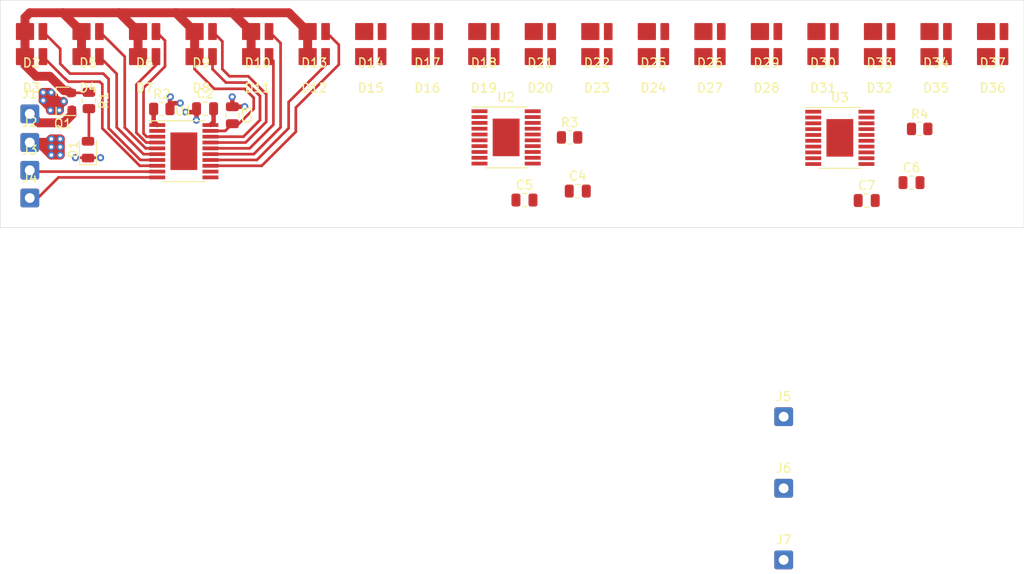
<source format=kicad_pcb>
(kicad_pcb (version 20171130) (host pcbnew "(5.1.10)-1")

  (general
    (thickness 1.6)
    (drawings 4)
    (tracks 195)
    (zones 0)
    (modules 58)
    (nets 55)
  )

  (page A4)
  (layers
    (0 F.Cu signal)
    (31 B.Cu signal)
    (32 B.Adhes user)
    (33 F.Adhes user)
    (34 B.Paste user)
    (35 F.Paste user)
    (36 B.SilkS user)
    (37 F.SilkS user hide)
    (38 B.Mask user)
    (39 F.Mask user)
    (40 Dwgs.User user)
    (41 Cmts.User user)
    (42 Eco1.User user)
    (43 Eco2.User user)
    (44 Edge.Cuts user)
    (45 Margin user)
    (46 B.CrtYd user)
    (47 F.CrtYd user)
    (48 B.Fab user)
    (49 F.Fab user hide)
  )

  (setup
    (last_trace_width 1)
    (user_trace_width 0.3)
    (user_trace_width 0.5)
    (user_trace_width 1)
    (trace_clearance 0.2)
    (zone_clearance 0.508)
    (zone_45_only no)
    (trace_min 0.2)
    (via_size 0.8)
    (via_drill 0.4)
    (via_min_size 0.4)
    (via_min_drill 0.3)
    (uvia_size 0.3)
    (uvia_drill 0.1)
    (uvias_allowed no)
    (uvia_min_size 0.2)
    (uvia_min_drill 0.1)
    (edge_width 0.05)
    (segment_width 0.2)
    (pcb_text_width 0.3)
    (pcb_text_size 1.5 1.5)
    (mod_edge_width 0.12)
    (mod_text_size 1 1)
    (mod_text_width 0.15)
    (pad_size 1.524 1.524)
    (pad_drill 0.762)
    (pad_to_mask_clearance 0)
    (aux_axis_origin 0 0)
    (grid_origin 20 45.4)
    (visible_elements 7FFFFFFF)
    (pcbplotparams
      (layerselection 0x010fc_ffffffff)
      (usegerberextensions false)
      (usegerberattributes true)
      (usegerberadvancedattributes true)
      (creategerberjobfile true)
      (excludeedgelayer true)
      (linewidth 0.100000)
      (plotframeref false)
      (viasonmask false)
      (mode 1)
      (useauxorigin false)
      (hpglpennumber 1)
      (hpglpenspeed 20)
      (hpglpendiameter 15.000000)
      (psnegative false)
      (psa4output false)
      (plotreference true)
      (plotvalue true)
      (plotinvisibletext false)
      (padsonsilk false)
      (subtractmaskfromsilk false)
      (outputformat 1)
      (mirror false)
      (drillshape 1)
      (scaleselection 1)
      (outputdirectory ""))
  )

  (net 0 "")
  (net 1 GND)
  (net 2 +12V)
  (net 3 "Net-(C2-Pad2)")
  (net 4 "Net-(C4-Pad2)")
  (net 5 "Net-(C6-Pad2)")
  (net 6 "Net-(D1-Pad2)")
  (net 7 WW_0)
  (net 8 CW_0)
  (net 9 WW_1)
  (net 10 CW_1)
  (net 11 WW_2)
  (net 12 CW_2)
  (net 13 WW_3)
  (net 14 CW_3)
  (net 15 WW_4)
  (net 16 CW_4)
  (net 17 WW_5)
  (net 18 CW_5)
  (net 19 WW_6)
  (net 20 CW_6)
  (net 21 WW_7)
  (net 22 CW_7)
  (net 23 WW_8)
  (net 24 CW_8)
  (net 25 WW_9)
  (net 26 CW_9)
  (net 27 WW_10)
  (net 28 CW_10)
  (net 29 WW_11)
  (net 30 CW_11)
  (net 31 WW_12)
  (net 32 CW_12)
  (net 33 WW_13)
  (net 34 CW_13)
  (net 35 WW_14)
  (net 36 CW_14)
  (net 37 WW_15)
  (net 38 CW_15)
  (net 39 WW_16)
  (net 40 CW_16)
  (net 41 WW_17)
  (net 42 CW_17)
  (net 43 12vRaw)
  (net 44 Data_In)
  (net 45 Clock_In)
  (net 46 Data_Out)
  (net 47 Clock_Out)
  (net 48 "Net-(R2-Pad1)")
  (net 49 "Net-(R3-Pad1)")
  (net 50 "Net-(R4-Pad1)")
  (net 51 Data_1)
  (net 52 Clock_1)
  (net 53 Clock_2)
  (net 54 Data_2)

  (net_class Default "This is the default net class."
    (clearance 0.2)
    (trace_width 0.25)
    (via_dia 0.8)
    (via_drill 0.4)
    (uvia_dia 0.3)
    (uvia_drill 0.1)
    (add_net +12V)
    (add_net 12vRaw)
    (add_net CW_0)
    (add_net CW_1)
    (add_net CW_10)
    (add_net CW_11)
    (add_net CW_12)
    (add_net CW_13)
    (add_net CW_14)
    (add_net CW_15)
    (add_net CW_16)
    (add_net CW_17)
    (add_net CW_2)
    (add_net CW_3)
    (add_net CW_4)
    (add_net CW_5)
    (add_net CW_6)
    (add_net CW_7)
    (add_net CW_8)
    (add_net CW_9)
    (add_net Clock_1)
    (add_net Clock_2)
    (add_net Clock_In)
    (add_net Clock_Out)
    (add_net Data_1)
    (add_net Data_2)
    (add_net Data_In)
    (add_net Data_Out)
    (add_net GND)
    (add_net "Net-(C2-Pad2)")
    (add_net "Net-(C4-Pad2)")
    (add_net "Net-(C6-Pad2)")
    (add_net "Net-(D1-Pad2)")
    (add_net "Net-(R2-Pad1)")
    (add_net "Net-(R3-Pad1)")
    (add_net "Net-(R4-Pad1)")
    (add_net WW_0)
    (add_net WW_1)
    (add_net WW_10)
    (add_net WW_11)
    (add_net WW_12)
    (add_net WW_13)
    (add_net WW_14)
    (add_net WW_15)
    (add_net WW_16)
    (add_net WW_17)
    (add_net WW_2)
    (add_net WW_3)
    (add_net WW_4)
    (add_net WW_5)
    (add_net WW_6)
    (add_net WW_7)
    (add_net WW_8)
    (add_net WW_9)
  )

  (module LED_SMD:LED_0805_2012Metric (layer F.Cu) (tedit 5F68FEF1) (tstamp 62E72A06)
    (at 29.8 36.7 90)
    (descr "LED SMD 0805 (2012 Metric), square (rectangular) end terminal, IPC_7351 nominal, (Body size source: https://docs.google.com/spreadsheets/d/1BsfQQcO9C6DZCsRaXUlFlo91Tg2WpOkGARC1WS5S8t0/edit?usp=sharing), generated with kicad-footprint-generator")
    (tags LED)
    (path /62F15208)
    (attr smd)
    (fp_text reference D1 (at 0 -1.65 90) (layer F.SilkS)
      (effects (font (size 1 1) (thickness 0.15)))
    )
    (fp_text value LED (at 0 1.65 90) (layer F.Fab)
      (effects (font (size 1 1) (thickness 0.15)))
    )
    (fp_line (start 1.68 0.95) (end -1.68 0.95) (layer F.CrtYd) (width 0.05))
    (fp_line (start 1.68 -0.95) (end 1.68 0.95) (layer F.CrtYd) (width 0.05))
    (fp_line (start -1.68 -0.95) (end 1.68 -0.95) (layer F.CrtYd) (width 0.05))
    (fp_line (start -1.68 0.95) (end -1.68 -0.95) (layer F.CrtYd) (width 0.05))
    (fp_line (start -1.685 0.96) (end 1 0.96) (layer F.SilkS) (width 0.12))
    (fp_line (start -1.685 -0.96) (end -1.685 0.96) (layer F.SilkS) (width 0.12))
    (fp_line (start 1 -0.96) (end -1.685 -0.96) (layer F.SilkS) (width 0.12))
    (fp_line (start 1 0.6) (end 1 -0.6) (layer F.Fab) (width 0.1))
    (fp_line (start -1 0.6) (end 1 0.6) (layer F.Fab) (width 0.1))
    (fp_line (start -1 -0.3) (end -1 0.6) (layer F.Fab) (width 0.1))
    (fp_line (start -0.7 -0.6) (end -1 -0.3) (layer F.Fab) (width 0.1))
    (fp_line (start 1 -0.6) (end -0.7 -0.6) (layer F.Fab) (width 0.1))
    (fp_text user %R (at 0 0 90) (layer F.Fab)
      (effects (font (size 0.5 0.5) (thickness 0.08)))
    )
    (pad 2 smd roundrect (at 0.9375 0 90) (size 0.975 1.4) (layers F.Cu F.Paste F.Mask) (roundrect_rratio 0.25)
      (net 6 "Net-(D1-Pad2)"))
    (pad 1 smd roundrect (at -0.9375 0 90) (size 0.975 1.4) (layers F.Cu F.Paste F.Mask) (roundrect_rratio 0.25)
      (net 1 GND))
    (model ${KISYS3DMOD}/LED_SMD.3dshapes/LED_0805_2012Metric.wrl
      (at (xyz 0 0 0))
      (scale (xyz 1 1 1))
      (rotate (xyz 0 0 0))
    )
  )

  (module Package_TO_SOT_SMD:SOT-23 (layer F.Cu) (tedit 5A02FF57) (tstamp 62E91B33)
    (at 27 31.3 180)
    (descr "SOT-23, Standard")
    (tags SOT-23)
    (path /62F0EA98)
    (attr smd)
    (fp_text reference Q1 (at 0 -2.5) (layer F.SilkS)
      (effects (font (size 1 1) (thickness 0.15)))
    )
    (fp_text value "Reverse P" (at 0 2.5) (layer F.Fab)
      (effects (font (size 1 1) (thickness 0.15)))
    )
    (fp_line (start 0.76 1.58) (end -0.7 1.58) (layer F.SilkS) (width 0.12))
    (fp_line (start 0.76 -1.58) (end -1.4 -1.58) (layer F.SilkS) (width 0.12))
    (fp_line (start -1.7 1.75) (end -1.7 -1.75) (layer F.CrtYd) (width 0.05))
    (fp_line (start 1.7 1.75) (end -1.7 1.75) (layer F.CrtYd) (width 0.05))
    (fp_line (start 1.7 -1.75) (end 1.7 1.75) (layer F.CrtYd) (width 0.05))
    (fp_line (start -1.7 -1.75) (end 1.7 -1.75) (layer F.CrtYd) (width 0.05))
    (fp_line (start 0.76 -1.58) (end 0.76 -0.65) (layer F.SilkS) (width 0.12))
    (fp_line (start 0.76 1.58) (end 0.76 0.65) (layer F.SilkS) (width 0.12))
    (fp_line (start -0.7 1.52) (end 0.7 1.52) (layer F.Fab) (width 0.1))
    (fp_line (start 0.7 -1.52) (end 0.7 1.52) (layer F.Fab) (width 0.1))
    (fp_line (start -0.7 -0.95) (end -0.15 -1.52) (layer F.Fab) (width 0.1))
    (fp_line (start -0.15 -1.52) (end 0.7 -1.52) (layer F.Fab) (width 0.1))
    (fp_line (start -0.7 -0.95) (end -0.7 1.5) (layer F.Fab) (width 0.1))
    (fp_text user %R (at 0 0 90) (layer F.Fab)
      (effects (font (size 0.5 0.5) (thickness 0.075)))
    )
    (pad 3 smd rect (at 1 0 180) (size 0.9 0.8) (layers F.Cu F.Paste F.Mask)
      (net 1 GND))
    (pad 2 smd rect (at -1 0.95 180) (size 0.9 0.8) (layers F.Cu F.Paste F.Mask)
      (net 2 +12V))
    (pad 1 smd rect (at -1 -0.95 180) (size 0.9 0.8) (layers F.Cu F.Paste F.Mask)
      (net 43 12vRaw))
    (model ${KISYS3DMOD}/Package_TO_SOT_SMD.3dshapes/SOT-23.wrl
      (at (xyz 0 0 0))
      (scale (xyz 1 1 1))
      (rotate (xyz 0 0 0))
    )
  )

  (module Resistor_SMD:R_0805_2012Metric (layer F.Cu) (tedit 5F68FEEE) (tstamp 62E72B74)
    (at 29.9 31.2 270)
    (descr "Resistor SMD 0805 (2012 Metric), square (rectangular) end terminal, IPC_7351 nominal, (Body size source: IPC-SM-782 page 72, https://www.pcb-3d.com/wordpress/wp-content/uploads/ipc-sm-782a_amendment_1_and_2.pdf), generated with kicad-footprint-generator")
    (tags resistor)
    (path /62F13FB9)
    (attr smd)
    (fp_text reference R1 (at 0 -1.65 90) (layer F.SilkS)
      (effects (font (size 1 1) (thickness 0.15)))
    )
    (fp_text value 8.4k (at 0 1.65 90) (layer F.Fab)
      (effects (font (size 1 1) (thickness 0.15)))
    )
    (fp_line (start 1.68 0.95) (end -1.68 0.95) (layer F.CrtYd) (width 0.05))
    (fp_line (start 1.68 -0.95) (end 1.68 0.95) (layer F.CrtYd) (width 0.05))
    (fp_line (start -1.68 -0.95) (end 1.68 -0.95) (layer F.CrtYd) (width 0.05))
    (fp_line (start -1.68 0.95) (end -1.68 -0.95) (layer F.CrtYd) (width 0.05))
    (fp_line (start -0.227064 0.735) (end 0.227064 0.735) (layer F.SilkS) (width 0.12))
    (fp_line (start -0.227064 -0.735) (end 0.227064 -0.735) (layer F.SilkS) (width 0.12))
    (fp_line (start 1 0.625) (end -1 0.625) (layer F.Fab) (width 0.1))
    (fp_line (start 1 -0.625) (end 1 0.625) (layer F.Fab) (width 0.1))
    (fp_line (start -1 -0.625) (end 1 -0.625) (layer F.Fab) (width 0.1))
    (fp_line (start -1 0.625) (end -1 -0.625) (layer F.Fab) (width 0.1))
    (fp_text user %R (at 0 0 90) (layer F.Fab)
      (effects (font (size 0.5 0.5) (thickness 0.08)))
    )
    (pad 2 smd roundrect (at 0.9125 0 270) (size 1.025 1.4) (layers F.Cu F.Paste F.Mask) (roundrect_rratio 0.243902)
      (net 6 "Net-(D1-Pad2)"))
    (pad 1 smd roundrect (at -0.9125 0 270) (size 1.025 1.4) (layers F.Cu F.Paste F.Mask) (roundrect_rratio 0.243902)
      (net 2 +12V))
    (model ${KISYS3DMOD}/Resistor_SMD.3dshapes/R_0805_2012Metric.wrl
      (at (xyz 0 0 0))
      (scale (xyz 1 1 1))
      (rotate (xyz 0 0 0))
    )
  )

  (module polis_kicad:Luxeon_2835 (layer F.Cu) (tedit 62E6EDEE) (tstamp 62E74402)
    (at 55.05882 23.5)
    (path /62DA18BC)
    (fp_text reference D13 (at 0 3.5) (layer F.SilkS)
      (effects (font (size 1 1) (thickness 0.15)))
    )
    (fp_text value CW (at 0.1 -2.8) (layer F.Fab)
      (effects (font (size 1 1) (thickness 0.15)))
    )
    (pad 1 smd roundrect (at 1.265 0 180) (size 0.97 1.9) (layers F.Cu F.Paste F.Mask) (roundrect_rratio 0.103)
      (net 18 CW_5))
    (pad 2 smd roundrect (at -0.735 0) (size 2.03 1.9) (layers F.Cu F.Paste F.Mask) (roundrect_rratio 0.053)
      (net 2 +12V))
  )

  (module Capacitor_SMD:C_0805_2012Metric (layer F.Cu) (tedit 5F68FEEE) (tstamp 62E87D8F)
    (at 42.87 32.12)
    (descr "Capacitor SMD 0805 (2012 Metric), square (rectangular) end terminal, IPC_7351 nominal, (Body size source: IPC-SM-782 page 76, https://www.pcb-3d.com/wordpress/wp-content/uploads/ipc-sm-782a_amendment_1_and_2.pdf, https://docs.google.com/spreadsheets/d/1BsfQQcO9C6DZCsRaXUlFlo91Tg2WpOkGARC1WS5S8t0/edit?usp=sharing), generated with kicad-footprint-generator")
    (tags capacitor)
    (path /62D69935)
    (attr smd)
    (fp_text reference C2 (at 0 -1.68) (layer F.SilkS)
      (effects (font (size 1 1) (thickness 0.15)))
    )
    (fp_text value 1u (at 0 1.68) (layer F.Fab)
      (effects (font (size 1 1) (thickness 0.15)))
    )
    (fp_line (start 1.7 0.98) (end -1.7 0.98) (layer F.CrtYd) (width 0.05))
    (fp_line (start 1.7 -0.98) (end 1.7 0.98) (layer F.CrtYd) (width 0.05))
    (fp_line (start -1.7 -0.98) (end 1.7 -0.98) (layer F.CrtYd) (width 0.05))
    (fp_line (start -1.7 0.98) (end -1.7 -0.98) (layer F.CrtYd) (width 0.05))
    (fp_line (start -0.261252 0.735) (end 0.261252 0.735) (layer F.SilkS) (width 0.12))
    (fp_line (start -0.261252 -0.735) (end 0.261252 -0.735) (layer F.SilkS) (width 0.12))
    (fp_line (start 1 0.625) (end -1 0.625) (layer F.Fab) (width 0.1))
    (fp_line (start 1 -0.625) (end 1 0.625) (layer F.Fab) (width 0.1))
    (fp_line (start -1 -0.625) (end 1 -0.625) (layer F.Fab) (width 0.1))
    (fp_line (start -1 0.625) (end -1 -0.625) (layer F.Fab) (width 0.1))
    (fp_text user %R (at 0 0) (layer F.Fab)
      (effects (font (size 0.5 0.5) (thickness 0.08)))
    )
    (pad 2 smd roundrect (at 0.95 0) (size 1 1.45) (layers F.Cu F.Paste F.Mask) (roundrect_rratio 0.25)
      (net 3 "Net-(C2-Pad2)"))
    (pad 1 smd roundrect (at -0.95 0) (size 1 1.45) (layers F.Cu F.Paste F.Mask) (roundrect_rratio 0.25)
      (net 1 GND))
    (model ${KISYS3DMOD}/Capacitor_SMD.3dshapes/C_0805_2012Metric.wrl
      (at (xyz 0 0 0))
      (scale (xyz 1 1 1))
      (rotate (xyz 0 0 0))
    )
  )

  (module Capacitor_SMD:C_0805_2012Metric (layer F.Cu) (tedit 5F68FEEE) (tstamp 62E8A855)
    (at 45.92 32.85 270)
    (descr "Capacitor SMD 0805 (2012 Metric), square (rectangular) end terminal, IPC_7351 nominal, (Body size source: IPC-SM-782 page 76, https://www.pcb-3d.com/wordpress/wp-content/uploads/ipc-sm-782a_amendment_1_and_2.pdf, https://docs.google.com/spreadsheets/d/1BsfQQcO9C6DZCsRaXUlFlo91Tg2WpOkGARC1WS5S8t0/edit?usp=sharing), generated with kicad-footprint-generator")
    (tags capacitor)
    (path /62FC4D55)
    (attr smd)
    (fp_text reference C3 (at 0 -1.68 90) (layer F.SilkS)
      (effects (font (size 1 1) (thickness 0.15)))
    )
    (fp_text value 0.1u (at 0 1.68 90) (layer F.Fab)
      (effects (font (size 1 1) (thickness 0.15)))
    )
    (fp_line (start 1.7 0.98) (end -1.7 0.98) (layer F.CrtYd) (width 0.05))
    (fp_line (start 1.7 -0.98) (end 1.7 0.98) (layer F.CrtYd) (width 0.05))
    (fp_line (start -1.7 -0.98) (end 1.7 -0.98) (layer F.CrtYd) (width 0.05))
    (fp_line (start -1.7 0.98) (end -1.7 -0.98) (layer F.CrtYd) (width 0.05))
    (fp_line (start -0.261252 0.735) (end 0.261252 0.735) (layer F.SilkS) (width 0.12))
    (fp_line (start -0.261252 -0.735) (end 0.261252 -0.735) (layer F.SilkS) (width 0.12))
    (fp_line (start 1 0.625) (end -1 0.625) (layer F.Fab) (width 0.1))
    (fp_line (start 1 -0.625) (end 1 0.625) (layer F.Fab) (width 0.1))
    (fp_line (start -1 -0.625) (end 1 -0.625) (layer F.Fab) (width 0.1))
    (fp_line (start -1 0.625) (end -1 -0.625) (layer F.Fab) (width 0.1))
    (fp_text user %R (at 0 0 90) (layer F.Fab)
      (effects (font (size 0.5 0.5) (thickness 0.08)))
    )
    (pad 2 smd roundrect (at 0.95 0 270) (size 1 1.45) (layers F.Cu F.Paste F.Mask) (roundrect_rratio 0.25)
      (net 2 +12V))
    (pad 1 smd roundrect (at -0.95 0 270) (size 1 1.45) (layers F.Cu F.Paste F.Mask) (roundrect_rratio 0.25)
      (net 1 GND))
    (model ${KISYS3DMOD}/Capacitor_SMD.3dshapes/C_0805_2012Metric.wrl
      (at (xyz 0 0 0))
      (scale (xyz 1 1 1))
      (rotate (xyz 0 0 0))
    )
  )

  (module Capacitor_SMD:C_0805_2012Metric (layer F.Cu) (tedit 5F68FEEE) (tstamp 62E729C0)
    (at 84.48 41.33)
    (descr "Capacitor SMD 0805 (2012 Metric), square (rectangular) end terminal, IPC_7351 nominal, (Body size source: IPC-SM-782 page 76, https://www.pcb-3d.com/wordpress/wp-content/uploads/ipc-sm-782a_amendment_1_and_2.pdf, https://docs.google.com/spreadsheets/d/1BsfQQcO9C6DZCsRaXUlFlo91Tg2WpOkGARC1WS5S8t0/edit?usp=sharing), generated with kicad-footprint-generator")
    (tags capacitor)
    (path /62DA7618)
    (attr smd)
    (fp_text reference C4 (at 0 -1.68) (layer F.SilkS)
      (effects (font (size 1 1) (thickness 0.15)))
    )
    (fp_text value 1u (at 0 1.68) (layer F.Fab)
      (effects (font (size 1 1) (thickness 0.15)))
    )
    (fp_line (start 1.7 0.98) (end -1.7 0.98) (layer F.CrtYd) (width 0.05))
    (fp_line (start 1.7 -0.98) (end 1.7 0.98) (layer F.CrtYd) (width 0.05))
    (fp_line (start -1.7 -0.98) (end 1.7 -0.98) (layer F.CrtYd) (width 0.05))
    (fp_line (start -1.7 0.98) (end -1.7 -0.98) (layer F.CrtYd) (width 0.05))
    (fp_line (start -0.261252 0.735) (end 0.261252 0.735) (layer F.SilkS) (width 0.12))
    (fp_line (start -0.261252 -0.735) (end 0.261252 -0.735) (layer F.SilkS) (width 0.12))
    (fp_line (start 1 0.625) (end -1 0.625) (layer F.Fab) (width 0.1))
    (fp_line (start 1 -0.625) (end 1 0.625) (layer F.Fab) (width 0.1))
    (fp_line (start -1 -0.625) (end 1 -0.625) (layer F.Fab) (width 0.1))
    (fp_line (start -1 0.625) (end -1 -0.625) (layer F.Fab) (width 0.1))
    (fp_text user %R (at 0 0) (layer F.Fab)
      (effects (font (size 0.5 0.5) (thickness 0.08)))
    )
    (pad 2 smd roundrect (at 0.95 0) (size 1 1.45) (layers F.Cu F.Paste F.Mask) (roundrect_rratio 0.25)
      (net 4 "Net-(C4-Pad2)"))
    (pad 1 smd roundrect (at -0.95 0) (size 1 1.45) (layers F.Cu F.Paste F.Mask) (roundrect_rratio 0.25)
      (net 1 GND))
    (model ${KISYS3DMOD}/Capacitor_SMD.3dshapes/C_0805_2012Metric.wrl
      (at (xyz 0 0 0))
      (scale (xyz 1 1 1))
      (rotate (xyz 0 0 0))
    )
  )

  (module Capacitor_SMD:C_0805_2012Metric (layer F.Cu) (tedit 5F68FEEE) (tstamp 62E729D1)
    (at 78.53 42.33)
    (descr "Capacitor SMD 0805 (2012 Metric), square (rectangular) end terminal, IPC_7351 nominal, (Body size source: IPC-SM-782 page 76, https://www.pcb-3d.com/wordpress/wp-content/uploads/ipc-sm-782a_amendment_1_and_2.pdf, https://docs.google.com/spreadsheets/d/1BsfQQcO9C6DZCsRaXUlFlo91Tg2WpOkGARC1WS5S8t0/edit?usp=sharing), generated with kicad-footprint-generator")
    (tags capacitor)
    (path /62FD7040)
    (attr smd)
    (fp_text reference C5 (at 0 -1.68) (layer F.SilkS)
      (effects (font (size 1 1) (thickness 0.15)))
    )
    (fp_text value 0.1u (at 0 1.68) (layer F.Fab)
      (effects (font (size 1 1) (thickness 0.15)))
    )
    (fp_line (start 1.7 0.98) (end -1.7 0.98) (layer F.CrtYd) (width 0.05))
    (fp_line (start 1.7 -0.98) (end 1.7 0.98) (layer F.CrtYd) (width 0.05))
    (fp_line (start -1.7 -0.98) (end 1.7 -0.98) (layer F.CrtYd) (width 0.05))
    (fp_line (start -1.7 0.98) (end -1.7 -0.98) (layer F.CrtYd) (width 0.05))
    (fp_line (start -0.261252 0.735) (end 0.261252 0.735) (layer F.SilkS) (width 0.12))
    (fp_line (start -0.261252 -0.735) (end 0.261252 -0.735) (layer F.SilkS) (width 0.12))
    (fp_line (start 1 0.625) (end -1 0.625) (layer F.Fab) (width 0.1))
    (fp_line (start 1 -0.625) (end 1 0.625) (layer F.Fab) (width 0.1))
    (fp_line (start -1 -0.625) (end 1 -0.625) (layer F.Fab) (width 0.1))
    (fp_line (start -1 0.625) (end -1 -0.625) (layer F.Fab) (width 0.1))
    (fp_text user %R (at 0 0) (layer F.Fab)
      (effects (font (size 0.5 0.5) (thickness 0.08)))
    )
    (pad 2 smd roundrect (at 0.95 0) (size 1 1.45) (layers F.Cu F.Paste F.Mask) (roundrect_rratio 0.25)
      (net 2 +12V))
    (pad 1 smd roundrect (at -0.95 0) (size 1 1.45) (layers F.Cu F.Paste F.Mask) (roundrect_rratio 0.25)
      (net 1 GND))
    (model ${KISYS3DMOD}/Capacitor_SMD.3dshapes/C_0805_2012Metric.wrl
      (at (xyz 0 0 0))
      (scale (xyz 1 1 1))
      (rotate (xyz 0 0 0))
    )
  )

  (module Capacitor_SMD:C_0805_2012Metric (layer F.Cu) (tedit 5F68FEEE) (tstamp 62E729E2)
    (at 121.74 40.38)
    (descr "Capacitor SMD 0805 (2012 Metric), square (rectangular) end terminal, IPC_7351 nominal, (Body size source: IPC-SM-782 page 76, https://www.pcb-3d.com/wordpress/wp-content/uploads/ipc-sm-782a_amendment_1_and_2.pdf, https://docs.google.com/spreadsheets/d/1BsfQQcO9C6DZCsRaXUlFlo91Tg2WpOkGARC1WS5S8t0/edit?usp=sharing), generated with kicad-footprint-generator")
    (tags capacitor)
    (path /62E8B28A)
    (attr smd)
    (fp_text reference C6 (at 0 -1.68) (layer F.SilkS)
      (effects (font (size 1 1) (thickness 0.15)))
    )
    (fp_text value 1u (at 0 1.68) (layer F.Fab)
      (effects (font (size 1 1) (thickness 0.15)))
    )
    (fp_line (start 1.7 0.98) (end -1.7 0.98) (layer F.CrtYd) (width 0.05))
    (fp_line (start 1.7 -0.98) (end 1.7 0.98) (layer F.CrtYd) (width 0.05))
    (fp_line (start -1.7 -0.98) (end 1.7 -0.98) (layer F.CrtYd) (width 0.05))
    (fp_line (start -1.7 0.98) (end -1.7 -0.98) (layer F.CrtYd) (width 0.05))
    (fp_line (start -0.261252 0.735) (end 0.261252 0.735) (layer F.SilkS) (width 0.12))
    (fp_line (start -0.261252 -0.735) (end 0.261252 -0.735) (layer F.SilkS) (width 0.12))
    (fp_line (start 1 0.625) (end -1 0.625) (layer F.Fab) (width 0.1))
    (fp_line (start 1 -0.625) (end 1 0.625) (layer F.Fab) (width 0.1))
    (fp_line (start -1 -0.625) (end 1 -0.625) (layer F.Fab) (width 0.1))
    (fp_line (start -1 0.625) (end -1 -0.625) (layer F.Fab) (width 0.1))
    (fp_text user %R (at 0 0) (layer F.Fab)
      (effects (font (size 0.5 0.5) (thickness 0.08)))
    )
    (pad 2 smd roundrect (at 0.95 0) (size 1 1.45) (layers F.Cu F.Paste F.Mask) (roundrect_rratio 0.25)
      (net 5 "Net-(C6-Pad2)"))
    (pad 1 smd roundrect (at -0.95 0) (size 1 1.45) (layers F.Cu F.Paste F.Mask) (roundrect_rratio 0.25)
      (net 1 GND))
    (model ${KISYS3DMOD}/Capacitor_SMD.3dshapes/C_0805_2012Metric.wrl
      (at (xyz 0 0 0))
      (scale (xyz 1 1 1))
      (rotate (xyz 0 0 0))
    )
  )

  (module Capacitor_SMD:C_0805_2012Metric (layer F.Cu) (tedit 5F68FEEE) (tstamp 62E729F3)
    (at 116.74 42.38)
    (descr "Capacitor SMD 0805 (2012 Metric), square (rectangular) end terminal, IPC_7351 nominal, (Body size source: IPC-SM-782 page 76, https://www.pcb-3d.com/wordpress/wp-content/uploads/ipc-sm-782a_amendment_1_and_2.pdf, https://docs.google.com/spreadsheets/d/1BsfQQcO9C6DZCsRaXUlFlo91Tg2WpOkGARC1WS5S8t0/edit?usp=sharing), generated with kicad-footprint-generator")
    (tags capacitor)
    (path /62FDC107)
    (attr smd)
    (fp_text reference C7 (at 0 -1.68) (layer F.SilkS)
      (effects (font (size 1 1) (thickness 0.15)))
    )
    (fp_text value 0.1u (at 0 1.68) (layer F.Fab)
      (effects (font (size 1 1) (thickness 0.15)))
    )
    (fp_line (start 1.7 0.98) (end -1.7 0.98) (layer F.CrtYd) (width 0.05))
    (fp_line (start 1.7 -0.98) (end 1.7 0.98) (layer F.CrtYd) (width 0.05))
    (fp_line (start -1.7 -0.98) (end 1.7 -0.98) (layer F.CrtYd) (width 0.05))
    (fp_line (start -1.7 0.98) (end -1.7 -0.98) (layer F.CrtYd) (width 0.05))
    (fp_line (start -0.261252 0.735) (end 0.261252 0.735) (layer F.SilkS) (width 0.12))
    (fp_line (start -0.261252 -0.735) (end 0.261252 -0.735) (layer F.SilkS) (width 0.12))
    (fp_line (start 1 0.625) (end -1 0.625) (layer F.Fab) (width 0.1))
    (fp_line (start 1 -0.625) (end 1 0.625) (layer F.Fab) (width 0.1))
    (fp_line (start -1 -0.625) (end 1 -0.625) (layer F.Fab) (width 0.1))
    (fp_line (start -1 0.625) (end -1 -0.625) (layer F.Fab) (width 0.1))
    (fp_text user %R (at 0 0) (layer F.Fab)
      (effects (font (size 0.5 0.5) (thickness 0.08)))
    )
    (pad 2 smd roundrect (at 0.95 0) (size 1 1.45) (layers F.Cu F.Paste F.Mask) (roundrect_rratio 0.25)
      (net 2 +12V))
    (pad 1 smd roundrect (at -0.95 0) (size 1 1.45) (layers F.Cu F.Paste F.Mask) (roundrect_rratio 0.25)
      (net 1 GND))
    (model ${KISYS3DMOD}/Capacitor_SMD.3dshapes/C_0805_2012Metric.wrl
      (at (xyz 0 0 0))
      (scale (xyz 1 1 1))
      (rotate (xyz 0 0 0))
    )
  )

  (module polis_kicad:Luxeon_2835 (layer F.Cu) (tedit 62E6EDEE) (tstamp 62E72A0C)
    (at 23.5 23.5)
    (path /62D60C5B)
    (fp_text reference D2 (at 0 3.5) (layer F.SilkS)
      (effects (font (size 1 1) (thickness 0.15)))
    )
    (fp_text value WW (at 0.1 -2.8) (layer F.Fab)
      (effects (font (size 1 1) (thickness 0.15)))
    )
    (pad 1 smd roundrect (at 1.265 0 180) (size 0.97 1.9) (layers F.Cu F.Paste F.Mask) (roundrect_rratio 0.103)
      (net 7 WW_0))
    (pad 2 smd roundrect (at -0.735 0) (size 2.03 1.9) (layers F.Cu F.Paste F.Mask) (roundrect_rratio 0.053)
      (net 2 +12V))
  )

  (module polis_kicad:Luxeon_2835 (layer F.Cu) (tedit 62E6EDEE) (tstamp 62E72A12)
    (at 23.5 26.3)
    (path /62D783B1)
    (fp_text reference D3 (at 0 3.5) (layer F.SilkS)
      (effects (font (size 1 1) (thickness 0.15)))
    )
    (fp_text value CW (at 0.1 -2.8) (layer F.Fab)
      (effects (font (size 1 1) (thickness 0.15)))
    )
    (pad 1 smd roundrect (at 1.265 0 180) (size 0.97 1.9) (layers F.Cu F.Paste F.Mask) (roundrect_rratio 0.103)
      (net 8 CW_0))
    (pad 2 smd roundrect (at -0.735 0) (size 2.03 1.9) (layers F.Cu F.Paste F.Mask) (roundrect_rratio 0.053)
      (net 2 +12V))
  )

  (module polis_kicad:Luxeon_2835 (layer F.Cu) (tedit 62E6EDEE) (tstamp 62E72A18)
    (at 29.811764 26.3)
    (path /62D842D6)
    (fp_text reference D4 (at 0 3.5) (layer F.SilkS)
      (effects (font (size 1 1) (thickness 0.15)))
    )
    (fp_text value WW (at 0.1 -2.8) (layer F.Fab)
      (effects (font (size 1 1) (thickness 0.15)))
    )
    (pad 1 smd roundrect (at 1.265 0 180) (size 0.97 1.9) (layers F.Cu F.Paste F.Mask) (roundrect_rratio 0.103)
      (net 9 WW_1))
    (pad 2 smd roundrect (at -0.735 0) (size 2.03 1.9) (layers F.Cu F.Paste F.Mask) (roundrect_rratio 0.053)
      (net 2 +12V))
  )

  (module polis_kicad:Luxeon_2835 (layer F.Cu) (tedit 62E6EDEE) (tstamp 62E72A1E)
    (at 29.811764 23.5)
    (path /62D8A180)
    (fp_text reference D5 (at 0 3.5) (layer F.SilkS)
      (effects (font (size 1 1) (thickness 0.15)))
    )
    (fp_text value CW (at 0.1 -2.8) (layer F.Fab)
      (effects (font (size 1 1) (thickness 0.15)))
    )
    (pad 1 smd roundrect (at 1.265 0 180) (size 0.97 1.9) (layers F.Cu F.Paste F.Mask) (roundrect_rratio 0.103)
      (net 10 CW_1))
    (pad 2 smd roundrect (at -0.735 0) (size 2.03 1.9) (layers F.Cu F.Paste F.Mask) (roundrect_rratio 0.053)
      (net 2 +12V))
  )

  (module polis_kicad:Luxeon_2835 (layer F.Cu) (tedit 62E6EDEE) (tstamp 62E72A24)
    (at 36.123528 23.5)
    (path /62D8F047)
    (fp_text reference D6 (at 0 3.5) (layer F.SilkS)
      (effects (font (size 1 1) (thickness 0.15)))
    )
    (fp_text value WW (at 0.1 -2.8) (layer F.Fab)
      (effects (font (size 1 1) (thickness 0.15)))
    )
    (pad 1 smd roundrect (at 1.265 0 180) (size 0.97 1.9) (layers F.Cu F.Paste F.Mask) (roundrect_rratio 0.103)
      (net 11 WW_2))
    (pad 2 smd roundrect (at -0.735 0) (size 2.03 1.9) (layers F.Cu F.Paste F.Mask) (roundrect_rratio 0.053)
      (net 2 +12V))
  )

  (module polis_kicad:Luxeon_2835 (layer F.Cu) (tedit 62E6EDEE) (tstamp 62E72A2A)
    (at 36.123528 26.3)
    (path /62D8F086)
    (fp_text reference D7 (at 0 3.5) (layer F.SilkS)
      (effects (font (size 1 1) (thickness 0.15)))
    )
    (fp_text value CW (at 0.1 -2.8) (layer F.Fab)
      (effects (font (size 1 1) (thickness 0.15)))
    )
    (pad 1 smd roundrect (at 1.265 0 180) (size 0.97 1.9) (layers F.Cu F.Paste F.Mask) (roundrect_rratio 0.103)
      (net 12 CW_2))
    (pad 2 smd roundrect (at -0.735 0) (size 2.03 1.9) (layers F.Cu F.Paste F.Mask) (roundrect_rratio 0.053)
      (net 2 +12V))
  )

  (module polis_kicad:Luxeon_2835 (layer F.Cu) (tedit 62E6EDEE) (tstamp 62E72A30)
    (at 42.435292 26.3)
    (path /62D9361C)
    (fp_text reference D8 (at 0 3.5) (layer F.SilkS)
      (effects (font (size 1 1) (thickness 0.15)))
    )
    (fp_text value WW (at 0.1 -2.8) (layer F.Fab)
      (effects (font (size 1 1) (thickness 0.15)))
    )
    (pad 1 smd roundrect (at 1.265 0 180) (size 0.97 1.9) (layers F.Cu F.Paste F.Mask) (roundrect_rratio 0.103)
      (net 13 WW_3))
    (pad 2 smd roundrect (at -0.735 0) (size 2.03 1.9) (layers F.Cu F.Paste F.Mask) (roundrect_rratio 0.053)
      (net 2 +12V))
  )

  (module polis_kicad:Luxeon_2835 (layer F.Cu) (tedit 62E6EDEE) (tstamp 62E72A36)
    (at 42.435292 23.5)
    (path /62D9366F)
    (fp_text reference D9 (at 0 3.5) (layer F.SilkS)
      (effects (font (size 1 1) (thickness 0.15)))
    )
    (fp_text value CW (at 0.1 -2.8) (layer F.Fab)
      (effects (font (size 1 1) (thickness 0.15)))
    )
    (pad 1 smd roundrect (at 1.265 0 180) (size 0.97 1.9) (layers F.Cu F.Paste F.Mask) (roundrect_rratio 0.103)
      (net 14 CW_3))
    (pad 2 smd roundrect (at -0.735 0) (size 2.03 1.9) (layers F.Cu F.Paste F.Mask) (roundrect_rratio 0.053)
      (net 2 +12V))
  )

  (module polis_kicad:Luxeon_2835 (layer F.Cu) (tedit 62E6EDEE) (tstamp 62E72A3C)
    (at 48.747056 23.5)
    (path /62D936AE)
    (fp_text reference D10 (at 0 3.5) (layer F.SilkS)
      (effects (font (size 1 1) (thickness 0.15)))
    )
    (fp_text value WW (at 0.1 -2.8) (layer F.Fab)
      (effects (font (size 1 1) (thickness 0.15)))
    )
    (pad 1 smd roundrect (at 1.265 0 180) (size 0.97 1.9) (layers F.Cu F.Paste F.Mask) (roundrect_rratio 0.103)
      (net 15 WW_4))
    (pad 2 smd roundrect (at -0.735 0) (size 2.03 1.9) (layers F.Cu F.Paste F.Mask) (roundrect_rratio 0.053)
      (net 2 +12V))
  )

  (module polis_kicad:Luxeon_2835 (layer F.Cu) (tedit 62E6EDEE) (tstamp 62E72A42)
    (at 48.747056 26.3)
    (path /62D936ED)
    (fp_text reference D11 (at 0 3.5) (layer F.SilkS)
      (effects (font (size 1 1) (thickness 0.15)))
    )
    (fp_text value CW (at 0.1 -2.8) (layer F.Fab)
      (effects (font (size 1 1) (thickness 0.15)))
    )
    (pad 1 smd roundrect (at 1.265 0 180) (size 0.97 1.9) (layers F.Cu F.Paste F.Mask) (roundrect_rratio 0.103)
      (net 16 CW_4))
    (pad 2 smd roundrect (at -0.735 0) (size 2.03 1.9) (layers F.Cu F.Paste F.Mask) (roundrect_rratio 0.053)
      (net 2 +12V))
  )

  (module polis_kicad:Luxeon_2835 (layer F.Cu) (tedit 62E6EDEE) (tstamp 62E72A48)
    (at 55.05882 26.3)
    (path /62DA1869)
    (fp_text reference D12 (at 0 3.5) (layer F.SilkS)
      (effects (font (size 1 1) (thickness 0.15)))
    )
    (fp_text value WW (at 0.1 -2.8) (layer F.Fab)
      (effects (font (size 1 1) (thickness 0.15)))
    )
    (pad 1 smd roundrect (at 1.265 0 180) (size 0.97 1.9) (layers F.Cu F.Paste F.Mask) (roundrect_rratio 0.103)
      (net 17 WW_5))
    (pad 2 smd roundrect (at -0.735 0) (size 2.03 1.9) (layers F.Cu F.Paste F.Mask) (roundrect_rratio 0.053)
      (net 2 +12V))
  )

  (module polis_kicad:Luxeon_2835 (layer F.Cu) (tedit 62E6EDEE) (tstamp 62E72A54)
    (at 61.370584 23.5)
    (path /62E745E9)
    (fp_text reference D14 (at 0 3.5) (layer F.SilkS)
      (effects (font (size 1 1) (thickness 0.15)))
    )
    (fp_text value WW (at 0.1 -2.8) (layer F.Fab)
      (effects (font (size 1 1) (thickness 0.15)))
    )
    (pad 1 smd roundrect (at 1.265 0 180) (size 0.97 1.9) (layers F.Cu F.Paste F.Mask) (roundrect_rratio 0.103)
      (net 19 WW_6))
    (pad 2 smd roundrect (at -0.735 0) (size 2.03 1.9) (layers F.Cu F.Paste F.Mask) (roundrect_rratio 0.053)
      (net 2 +12V))
  )

  (module polis_kicad:Luxeon_2835 (layer F.Cu) (tedit 62E6EDEE) (tstamp 62E72A5A)
    (at 61.370584 26.3)
    (path /62E6AEB6)
    (fp_text reference D15 (at 0 3.5) (layer F.SilkS)
      (effects (font (size 1 1) (thickness 0.15)))
    )
    (fp_text value CW (at 0.1 -2.8) (layer F.Fab)
      (effects (font (size 1 1) (thickness 0.15)))
    )
    (pad 1 smd roundrect (at 1.265 0 180) (size 0.97 1.9) (layers F.Cu F.Paste F.Mask) (roundrect_rratio 0.103)
      (net 20 CW_6))
    (pad 2 smd roundrect (at -0.735 0) (size 2.03 1.9) (layers F.Cu F.Paste F.Mask) (roundrect_rratio 0.053)
      (net 2 +12V))
  )

  (module polis_kicad:Luxeon_2835 (layer F.Cu) (tedit 62E6EDEE) (tstamp 62E72A60)
    (at 67.682348 26.3)
    (path /62E6AED6)
    (fp_text reference D16 (at 0 3.5) (layer F.SilkS)
      (effects (font (size 1 1) (thickness 0.15)))
    )
    (fp_text value WW (at 0.1 -2.8) (layer F.Fab)
      (effects (font (size 1 1) (thickness 0.15)))
    )
    (pad 1 smd roundrect (at 1.265 0 180) (size 0.97 1.9) (layers F.Cu F.Paste F.Mask) (roundrect_rratio 0.103)
      (net 21 WW_7))
    (pad 2 smd roundrect (at -0.735 0) (size 2.03 1.9) (layers F.Cu F.Paste F.Mask) (roundrect_rratio 0.053)
      (net 2 +12V))
  )

  (module polis_kicad:Luxeon_2835 (layer F.Cu) (tedit 62E6EDEE) (tstamp 62E72A66)
    (at 67.682348 23.5)
    (path /62E6AEE2)
    (fp_text reference D17 (at 0 3.5) (layer F.SilkS)
      (effects (font (size 1 1) (thickness 0.15)))
    )
    (fp_text value CW (at 0.1 -2.8) (layer F.Fab)
      (effects (font (size 1 1) (thickness 0.15)))
    )
    (pad 1 smd roundrect (at 1.265 0 180) (size 0.97 1.9) (layers F.Cu F.Paste F.Mask) (roundrect_rratio 0.103)
      (net 22 CW_7))
    (pad 2 smd roundrect (at -0.735 0) (size 2.03 1.9) (layers F.Cu F.Paste F.Mask) (roundrect_rratio 0.053)
      (net 2 +12V))
  )

  (module polis_kicad:Luxeon_2835 (layer F.Cu) (tedit 62E6EDEE) (tstamp 62E72A6C)
    (at 73.994112 23.5)
    (path /62E6AEEE)
    (fp_text reference D18 (at 0 3.5) (layer F.SilkS)
      (effects (font (size 1 1) (thickness 0.15)))
    )
    (fp_text value WW (at 0.1 -2.8) (layer F.Fab)
      (effects (font (size 1 1) (thickness 0.15)))
    )
    (pad 1 smd roundrect (at 1.265 0 180) (size 0.97 1.9) (layers F.Cu F.Paste F.Mask) (roundrect_rratio 0.103)
      (net 23 WW_8))
    (pad 2 smd roundrect (at -0.735 0) (size 2.03 1.9) (layers F.Cu F.Paste F.Mask) (roundrect_rratio 0.053)
      (net 2 +12V))
  )

  (module polis_kicad:Luxeon_2835 (layer F.Cu) (tedit 62E6EDEE) (tstamp 62E72A72)
    (at 73.994112 26.3)
    (path /62E6AEFA)
    (fp_text reference D19 (at 0 3.5) (layer F.SilkS)
      (effects (font (size 1 1) (thickness 0.15)))
    )
    (fp_text value CW (at 0.1 -2.8) (layer F.Fab)
      (effects (font (size 1 1) (thickness 0.15)))
    )
    (pad 1 smd roundrect (at 1.265 0 180) (size 0.97 1.9) (layers F.Cu F.Paste F.Mask) (roundrect_rratio 0.103)
      (net 24 CW_8))
    (pad 2 smd roundrect (at -0.735 0) (size 2.03 1.9) (layers F.Cu F.Paste F.Mask) (roundrect_rratio 0.053)
      (net 2 +12V))
  )

  (module polis_kicad:Luxeon_2835 (layer F.Cu) (tedit 62E6EDEE) (tstamp 62E72A78)
    (at 80.305876 26.3)
    (path /62E6AF06)
    (fp_text reference D20 (at 0 3.5) (layer F.SilkS)
      (effects (font (size 1 1) (thickness 0.15)))
    )
    (fp_text value WW (at 0.1 -2.8) (layer F.Fab)
      (effects (font (size 1 1) (thickness 0.15)))
    )
    (pad 1 smd roundrect (at 1.265 0 180) (size 0.97 1.9) (layers F.Cu F.Paste F.Mask) (roundrect_rratio 0.103)
      (net 25 WW_9))
    (pad 2 smd roundrect (at -0.735 0) (size 2.03 1.9) (layers F.Cu F.Paste F.Mask) (roundrect_rratio 0.053)
      (net 2 +12V))
  )

  (module polis_kicad:Luxeon_2835 (layer F.Cu) (tedit 62E6EDEE) (tstamp 62E72A7E)
    (at 80.305876 23.5)
    (path /62E6AF12)
    (fp_text reference D21 (at 0 3.5) (layer F.SilkS)
      (effects (font (size 1 1) (thickness 0.15)))
    )
    (fp_text value CW (at 0.1 -2.8) (layer F.Fab)
      (effects (font (size 1 1) (thickness 0.15)))
    )
    (pad 1 smd roundrect (at 1.265 0 180) (size 0.97 1.9) (layers F.Cu F.Paste F.Mask) (roundrect_rratio 0.103)
      (net 26 CW_9))
    (pad 2 smd roundrect (at -0.735 0) (size 2.03 1.9) (layers F.Cu F.Paste F.Mask) (roundrect_rratio 0.053)
      (net 2 +12V))
  )

  (module polis_kicad:Luxeon_2835 (layer F.Cu) (tedit 62E6EDEE) (tstamp 62E72A84)
    (at 86.61764 23.5)
    (path /62E6AF1E)
    (fp_text reference D22 (at 0 3.5) (layer F.SilkS)
      (effects (font (size 1 1) (thickness 0.15)))
    )
    (fp_text value WW (at 0.1 -2.8) (layer F.Fab)
      (effects (font (size 1 1) (thickness 0.15)))
    )
    (pad 1 smd roundrect (at 1.265 0 180) (size 0.97 1.9) (layers F.Cu F.Paste F.Mask) (roundrect_rratio 0.103)
      (net 27 WW_10))
    (pad 2 smd roundrect (at -0.735 0) (size 2.03 1.9) (layers F.Cu F.Paste F.Mask) (roundrect_rratio 0.053)
      (net 2 +12V))
  )

  (module polis_kicad:Luxeon_2835 (layer F.Cu) (tedit 62E6EDEE) (tstamp 62E72A8A)
    (at 86.61764 26.3)
    (path /62E6AF2A)
    (fp_text reference D23 (at 0 3.5) (layer F.SilkS)
      (effects (font (size 1 1) (thickness 0.15)))
    )
    (fp_text value CW (at 0.1 -2.8) (layer F.Fab)
      (effects (font (size 1 1) (thickness 0.15)))
    )
    (pad 1 smd roundrect (at 1.265 0 180) (size 0.97 1.9) (layers F.Cu F.Paste F.Mask) (roundrect_rratio 0.103)
      (net 28 CW_10))
    (pad 2 smd roundrect (at -0.735 0) (size 2.03 1.9) (layers F.Cu F.Paste F.Mask) (roundrect_rratio 0.053)
      (net 2 +12V))
  )

  (module polis_kicad:Luxeon_2835 (layer F.Cu) (tedit 62E6EDEE) (tstamp 62E72A90)
    (at 92.929404 26.3)
    (path /62E6AF36)
    (fp_text reference D24 (at 0 3.5) (layer F.SilkS)
      (effects (font (size 1 1) (thickness 0.15)))
    )
    (fp_text value WW (at 0.1 -2.8) (layer F.Fab)
      (effects (font (size 1 1) (thickness 0.15)))
    )
    (pad 1 smd roundrect (at 1.265 0 180) (size 0.97 1.9) (layers F.Cu F.Paste F.Mask) (roundrect_rratio 0.103)
      (net 29 WW_11))
    (pad 2 smd roundrect (at -0.735 0) (size 2.03 1.9) (layers F.Cu F.Paste F.Mask) (roundrect_rratio 0.053)
      (net 2 +12V))
  )

  (module polis_kicad:Luxeon_2835 (layer F.Cu) (tedit 62E6EDEE) (tstamp 62E72A96)
    (at 92.929404 23.5)
    (path /62E6AF42)
    (fp_text reference D25 (at 0 3.5) (layer F.SilkS)
      (effects (font (size 1 1) (thickness 0.15)))
    )
    (fp_text value CW (at 0.1 -2.8) (layer F.Fab)
      (effects (font (size 1 1) (thickness 0.15)))
    )
    (pad 1 smd roundrect (at 1.265 0 180) (size 0.97 1.9) (layers F.Cu F.Paste F.Mask) (roundrect_rratio 0.103)
      (net 30 CW_11))
    (pad 2 smd roundrect (at -0.735 0) (size 2.03 1.9) (layers F.Cu F.Paste F.Mask) (roundrect_rratio 0.053)
      (net 2 +12V))
  )

  (module polis_kicad:Luxeon_2835 (layer F.Cu) (tedit 62E6EDEE) (tstamp 62E72A9C)
    (at 99.241168 23.5)
    (path /62EA3383)
    (fp_text reference D26 (at 0 3.5) (layer F.SilkS)
      (effects (font (size 1 1) (thickness 0.15)))
    )
    (fp_text value WW (at 0.1 -2.8) (layer F.Fab)
      (effects (font (size 1 1) (thickness 0.15)))
    )
    (pad 1 smd roundrect (at 1.265 0 180) (size 0.97 1.9) (layers F.Cu F.Paste F.Mask) (roundrect_rratio 0.103)
      (net 31 WW_12))
    (pad 2 smd roundrect (at -0.735 0) (size 2.03 1.9) (layers F.Cu F.Paste F.Mask) (roundrect_rratio 0.053)
      (net 2 +12V))
  )

  (module polis_kicad:Luxeon_2835 (layer F.Cu) (tedit 62E6EDEE) (tstamp 62E72AA2)
    (at 99.241168 26.3)
    (path /62EA32F4)
    (fp_text reference D27 (at 0 3.5) (layer F.SilkS)
      (effects (font (size 1 1) (thickness 0.15)))
    )
    (fp_text value CW (at 0.1 -2.8) (layer F.Fab)
      (effects (font (size 1 1) (thickness 0.15)))
    )
    (pad 1 smd roundrect (at 1.265 0 180) (size 0.97 1.9) (layers F.Cu F.Paste F.Mask) (roundrect_rratio 0.103)
      (net 32 CW_12))
    (pad 2 smd roundrect (at -0.735 0) (size 2.03 1.9) (layers F.Cu F.Paste F.Mask) (roundrect_rratio 0.053)
      (net 2 +12V))
  )

  (module polis_kicad:Luxeon_2835 (layer F.Cu) (tedit 62E6EDEE) (tstamp 62E72AA8)
    (at 105.552932 26.3)
    (path /62EA3300)
    (fp_text reference D28 (at 0 3.5) (layer F.SilkS)
      (effects (font (size 1 1) (thickness 0.15)))
    )
    (fp_text value WW (at 0.1 -2.8) (layer F.Fab)
      (effects (font (size 1 1) (thickness 0.15)))
    )
    (pad 1 smd roundrect (at 1.265 0 180) (size 0.97 1.9) (layers F.Cu F.Paste F.Mask) (roundrect_rratio 0.103)
      (net 33 WW_13))
    (pad 2 smd roundrect (at -0.735 0) (size 2.03 1.9) (layers F.Cu F.Paste F.Mask) (roundrect_rratio 0.053)
      (net 2 +12V))
  )

  (module polis_kicad:Luxeon_2835 (layer F.Cu) (tedit 62E6EDEE) (tstamp 62E72AAE)
    (at 105.552932 23.5)
    (path /62EA330C)
    (fp_text reference D29 (at 0 3.5) (layer F.SilkS)
      (effects (font (size 1 1) (thickness 0.15)))
    )
    (fp_text value CW (at 0.1 -2.8) (layer F.Fab)
      (effects (font (size 1 1) (thickness 0.15)))
    )
    (pad 1 smd roundrect (at 1.265 0 180) (size 0.97 1.9) (layers F.Cu F.Paste F.Mask) (roundrect_rratio 0.103)
      (net 34 CW_13))
    (pad 2 smd roundrect (at -0.735 0) (size 2.03 1.9) (layers F.Cu F.Paste F.Mask) (roundrect_rratio 0.053)
      (net 2 +12V))
  )

  (module polis_kicad:Luxeon_2835 (layer F.Cu) (tedit 62E6EDEE) (tstamp 62E72AB4)
    (at 111.864696 23.5)
    (path /62EA3318)
    (fp_text reference D30 (at 0 3.5) (layer F.SilkS)
      (effects (font (size 1 1) (thickness 0.15)))
    )
    (fp_text value WW (at 0.1 -2.8) (layer F.Fab)
      (effects (font (size 1 1) (thickness 0.15)))
    )
    (pad 1 smd roundrect (at 1.265 0 180) (size 0.97 1.9) (layers F.Cu F.Paste F.Mask) (roundrect_rratio 0.103)
      (net 35 WW_14))
    (pad 2 smd roundrect (at -0.735 0) (size 2.03 1.9) (layers F.Cu F.Paste F.Mask) (roundrect_rratio 0.053)
      (net 2 +12V))
  )

  (module polis_kicad:Luxeon_2835 (layer F.Cu) (tedit 62E6EDEE) (tstamp 62E72ABA)
    (at 111.864696 26.3)
    (path /62EA3324)
    (fp_text reference D31 (at 0 3.5) (layer F.SilkS)
      (effects (font (size 1 1) (thickness 0.15)))
    )
    (fp_text value CW (at 0.1 -2.8) (layer F.Fab)
      (effects (font (size 1 1) (thickness 0.15)))
    )
    (pad 1 smd roundrect (at 1.265 0 180) (size 0.97 1.9) (layers F.Cu F.Paste F.Mask) (roundrect_rratio 0.103)
      (net 36 CW_14))
    (pad 2 smd roundrect (at -0.735 0) (size 2.03 1.9) (layers F.Cu F.Paste F.Mask) (roundrect_rratio 0.053)
      (net 2 +12V))
  )

  (module polis_kicad:Luxeon_2835 (layer F.Cu) (tedit 62E6EDEE) (tstamp 62E72AC0)
    (at 118.17646 26.3)
    (path /62EA3330)
    (fp_text reference D32 (at 0 3.5) (layer F.SilkS)
      (effects (font (size 1 1) (thickness 0.15)))
    )
    (fp_text value WW (at 0.1 -2.8) (layer F.Fab)
      (effects (font (size 1 1) (thickness 0.15)))
    )
    (pad 1 smd roundrect (at 1.265 0 180) (size 0.97 1.9) (layers F.Cu F.Paste F.Mask) (roundrect_rratio 0.103)
      (net 37 WW_15))
    (pad 2 smd roundrect (at -0.735 0) (size 2.03 1.9) (layers F.Cu F.Paste F.Mask) (roundrect_rratio 0.053)
      (net 2 +12V))
  )

  (module polis_kicad:Luxeon_2835 (layer F.Cu) (tedit 62E6EDEE) (tstamp 62E72AC6)
    (at 118.17646 23.5)
    (path /62EA333C)
    (fp_text reference D33 (at 0 3.5) (layer F.SilkS)
      (effects (font (size 1 1) (thickness 0.15)))
    )
    (fp_text value CW (at 0.1 -2.8) (layer F.Fab)
      (effects (font (size 1 1) (thickness 0.15)))
    )
    (pad 1 smd roundrect (at 1.265 0 180) (size 0.97 1.9) (layers F.Cu F.Paste F.Mask) (roundrect_rratio 0.103)
      (net 38 CW_15))
    (pad 2 smd roundrect (at -0.735 0) (size 2.03 1.9) (layers F.Cu F.Paste F.Mask) (roundrect_rratio 0.053)
      (net 2 +12V))
  )

  (module polis_kicad:Luxeon_2835 (layer F.Cu) (tedit 62E6EDEE) (tstamp 62E72ACC)
    (at 124.488224 23.5)
    (path /62EA3348)
    (fp_text reference D34 (at 0 3.5) (layer F.SilkS)
      (effects (font (size 1 1) (thickness 0.15)))
    )
    (fp_text value WW (at 0.1 -2.8) (layer F.Fab)
      (effects (font (size 1 1) (thickness 0.15)))
    )
    (pad 1 smd roundrect (at 1.265 0 180) (size 0.97 1.9) (layers F.Cu F.Paste F.Mask) (roundrect_rratio 0.103)
      (net 39 WW_16))
    (pad 2 smd roundrect (at -0.735 0) (size 2.03 1.9) (layers F.Cu F.Paste F.Mask) (roundrect_rratio 0.053)
      (net 2 +12V))
  )

  (module polis_kicad:Luxeon_2835 (layer F.Cu) (tedit 62E6EDEE) (tstamp 62E72AD2)
    (at 124.488224 26.3)
    (path /62EA3354)
    (fp_text reference D35 (at 0 3.5) (layer F.SilkS)
      (effects (font (size 1 1) (thickness 0.15)))
    )
    (fp_text value CW (at 0.1 -2.8) (layer F.Fab)
      (effects (font (size 1 1) (thickness 0.15)))
    )
    (pad 1 smd roundrect (at 1.265 0 180) (size 0.97 1.9) (layers F.Cu F.Paste F.Mask) (roundrect_rratio 0.103)
      (net 40 CW_16))
    (pad 2 smd roundrect (at -0.735 0) (size 2.03 1.9) (layers F.Cu F.Paste F.Mask) (roundrect_rratio 0.053)
      (net 2 +12V))
  )

  (module polis_kicad:Luxeon_2835 (layer F.Cu) (tedit 62E6EDEE) (tstamp 62E72AD8)
    (at 130.8 26.3)
    (path /62EA3360)
    (fp_text reference D36 (at 0 3.5) (layer F.SilkS)
      (effects (font (size 1 1) (thickness 0.15)))
    )
    (fp_text value WW (at 0.1 -2.8) (layer F.Fab)
      (effects (font (size 1 1) (thickness 0.15)))
    )
    (pad 1 smd roundrect (at 1.265 0 180) (size 0.97 1.9) (layers F.Cu F.Paste F.Mask) (roundrect_rratio 0.103)
      (net 41 WW_17))
    (pad 2 smd roundrect (at -0.735 0) (size 2.03 1.9) (layers F.Cu F.Paste F.Mask) (roundrect_rratio 0.053)
      (net 2 +12V))
  )

  (module polis_kicad:Luxeon_2835 (layer F.Cu) (tedit 62E6EDEE) (tstamp 62E72ADE)
    (at 130.8 23.5)
    (path /62EA336C)
    (fp_text reference D37 (at 0 3.5) (layer F.SilkS)
      (effects (font (size 1 1) (thickness 0.15)))
    )
    (fp_text value CW (at 0.1 -2.8) (layer F.Fab)
      (effects (font (size 1 1) (thickness 0.15)))
    )
    (pad 1 smd roundrect (at 1.265 0 180) (size 0.97 1.9) (layers F.Cu F.Paste F.Mask) (roundrect_rratio 0.103)
      (net 42 CW_17))
    (pad 2 smd roundrect (at -0.735 0) (size 2.03 1.9) (layers F.Cu F.Paste F.Mask) (roundrect_rratio 0.053)
      (net 2 +12V))
  )

  (module Resistor_SMD:R_0805_2012Metric (layer F.Cu) (tedit 5F68FEEE) (tstamp 62E72B85)
    (at 38.04 32.15)
    (descr "Resistor SMD 0805 (2012 Metric), square (rectangular) end terminal, IPC_7351 nominal, (Body size source: IPC-SM-782 page 72, https://www.pcb-3d.com/wordpress/wp-content/uploads/ipc-sm-782a_amendment_1_and_2.pdf), generated with kicad-footprint-generator")
    (tags resistor)
    (path /62D70612)
    (attr smd)
    (fp_text reference R2 (at 0 -1.65) (layer F.SilkS)
      (effects (font (size 1 1) (thickness 0.15)))
    )
    (fp_text value 0.827K (at 0 1.65) (layer F.Fab)
      (effects (font (size 1 1) (thickness 0.15)))
    )
    (fp_line (start 1.68 0.95) (end -1.68 0.95) (layer F.CrtYd) (width 0.05))
    (fp_line (start 1.68 -0.95) (end 1.68 0.95) (layer F.CrtYd) (width 0.05))
    (fp_line (start -1.68 -0.95) (end 1.68 -0.95) (layer F.CrtYd) (width 0.05))
    (fp_line (start -1.68 0.95) (end -1.68 -0.95) (layer F.CrtYd) (width 0.05))
    (fp_line (start -0.227064 0.735) (end 0.227064 0.735) (layer F.SilkS) (width 0.12))
    (fp_line (start -0.227064 -0.735) (end 0.227064 -0.735) (layer F.SilkS) (width 0.12))
    (fp_line (start 1 0.625) (end -1 0.625) (layer F.Fab) (width 0.1))
    (fp_line (start 1 -0.625) (end 1 0.625) (layer F.Fab) (width 0.1))
    (fp_line (start -1 -0.625) (end 1 -0.625) (layer F.Fab) (width 0.1))
    (fp_line (start -1 0.625) (end -1 -0.625) (layer F.Fab) (width 0.1))
    (fp_text user %R (at 0 0) (layer F.Fab)
      (effects (font (size 0.5 0.5) (thickness 0.08)))
    )
    (pad 2 smd roundrect (at 0.9125 0) (size 1.025 1.4) (layers F.Cu F.Paste F.Mask) (roundrect_rratio 0.243902)
      (net 1 GND))
    (pad 1 smd roundrect (at -0.9125 0) (size 1.025 1.4) (layers F.Cu F.Paste F.Mask) (roundrect_rratio 0.243902)
      (net 48 "Net-(R2-Pad1)"))
    (model ${KISYS3DMOD}/Resistor_SMD.3dshapes/R_0805_2012Metric.wrl
      (at (xyz 0 0 0))
      (scale (xyz 1 1 1))
      (rotate (xyz 0 0 0))
    )
  )

  (module Resistor_SMD:R_0805_2012Metric (layer F.Cu) (tedit 5F68FEEE) (tstamp 62E72B96)
    (at 83.5675 35.33)
    (descr "Resistor SMD 0805 (2012 Metric), square (rectangular) end terminal, IPC_7351 nominal, (Body size source: IPC-SM-782 page 72, https://www.pcb-3d.com/wordpress/wp-content/uploads/ipc-sm-782a_amendment_1_and_2.pdf), generated with kicad-footprint-generator")
    (tags resistor)
    (path /62DA7636)
    (attr smd)
    (fp_text reference R3 (at 0 -1.65) (layer F.SilkS)
      (effects (font (size 1 1) (thickness 0.15)))
    )
    (fp_text value 0.827K (at 0 1.65) (layer F.Fab)
      (effects (font (size 1 1) (thickness 0.15)))
    )
    (fp_line (start 1.68 0.95) (end -1.68 0.95) (layer F.CrtYd) (width 0.05))
    (fp_line (start 1.68 -0.95) (end 1.68 0.95) (layer F.CrtYd) (width 0.05))
    (fp_line (start -1.68 -0.95) (end 1.68 -0.95) (layer F.CrtYd) (width 0.05))
    (fp_line (start -1.68 0.95) (end -1.68 -0.95) (layer F.CrtYd) (width 0.05))
    (fp_line (start -0.227064 0.735) (end 0.227064 0.735) (layer F.SilkS) (width 0.12))
    (fp_line (start -0.227064 -0.735) (end 0.227064 -0.735) (layer F.SilkS) (width 0.12))
    (fp_line (start 1 0.625) (end -1 0.625) (layer F.Fab) (width 0.1))
    (fp_line (start 1 -0.625) (end 1 0.625) (layer F.Fab) (width 0.1))
    (fp_line (start -1 -0.625) (end 1 -0.625) (layer F.Fab) (width 0.1))
    (fp_line (start -1 0.625) (end -1 -0.625) (layer F.Fab) (width 0.1))
    (fp_text user %R (at 0 0) (layer F.Fab)
      (effects (font (size 0.5 0.5) (thickness 0.08)))
    )
    (pad 2 smd roundrect (at 0.9125 0) (size 1.025 1.4) (layers F.Cu F.Paste F.Mask) (roundrect_rratio 0.243902)
      (net 1 GND))
    (pad 1 smd roundrect (at -0.9125 0) (size 1.025 1.4) (layers F.Cu F.Paste F.Mask) (roundrect_rratio 0.243902)
      (net 49 "Net-(R3-Pad1)"))
    (model ${KISYS3DMOD}/Resistor_SMD.3dshapes/R_0805_2012Metric.wrl
      (at (xyz 0 0 0))
      (scale (xyz 1 1 1))
      (rotate (xyz 0 0 0))
    )
  )

  (module Resistor_SMD:R_0805_2012Metric (layer F.Cu) (tedit 5F68FEEE) (tstamp 62E72BA7)
    (at 122.6525 34.38)
    (descr "Resistor SMD 0805 (2012 Metric), square (rectangular) end terminal, IPC_7351 nominal, (Body size source: IPC-SM-782 page 72, https://www.pcb-3d.com/wordpress/wp-content/uploads/ipc-sm-782a_amendment_1_and_2.pdf), generated with kicad-footprint-generator")
    (tags resistor)
    (path /62E8B2A8)
    (attr smd)
    (fp_text reference R4 (at 0 -1.65) (layer F.SilkS)
      (effects (font (size 1 1) (thickness 0.15)))
    )
    (fp_text value 0.827K (at 0 1.65) (layer F.Fab)
      (effects (font (size 1 1) (thickness 0.15)))
    )
    (fp_line (start 1.68 0.95) (end -1.68 0.95) (layer F.CrtYd) (width 0.05))
    (fp_line (start 1.68 -0.95) (end 1.68 0.95) (layer F.CrtYd) (width 0.05))
    (fp_line (start -1.68 -0.95) (end 1.68 -0.95) (layer F.CrtYd) (width 0.05))
    (fp_line (start -1.68 0.95) (end -1.68 -0.95) (layer F.CrtYd) (width 0.05))
    (fp_line (start -0.227064 0.735) (end 0.227064 0.735) (layer F.SilkS) (width 0.12))
    (fp_line (start -0.227064 -0.735) (end 0.227064 -0.735) (layer F.SilkS) (width 0.12))
    (fp_line (start 1 0.625) (end -1 0.625) (layer F.Fab) (width 0.1))
    (fp_line (start 1 -0.625) (end 1 0.625) (layer F.Fab) (width 0.1))
    (fp_line (start -1 -0.625) (end 1 -0.625) (layer F.Fab) (width 0.1))
    (fp_line (start -1 0.625) (end -1 -0.625) (layer F.Fab) (width 0.1))
    (fp_text user %R (at 0 0) (layer F.Fab)
      (effects (font (size 0.5 0.5) (thickness 0.08)))
    )
    (pad 2 smd roundrect (at 0.9125 0) (size 1.025 1.4) (layers F.Cu F.Paste F.Mask) (roundrect_rratio 0.243902)
      (net 1 GND))
    (pad 1 smd roundrect (at -0.9125 0) (size 1.025 1.4) (layers F.Cu F.Paste F.Mask) (roundrect_rratio 0.243902)
      (net 50 "Net-(R4-Pad1)"))
    (model ${KISYS3DMOD}/Resistor_SMD.3dshapes/R_0805_2012Metric.wrl
      (at (xyz 0 0 0))
      (scale (xyz 1 1 1))
      (rotate (xyz 0 0 0))
    )
  )

  (module Package_SO:Texas_PWP0020A (layer F.Cu) (tedit 5AD6510F) (tstamp 62E8AA1D)
    (at 40.5 36.875)
    (descr "20-Pin Thermally Enhanced Thin Shrink Small-Outline Package, Body 4.4x6.5x1.1mm, Pad 3.0x4.2mm, Texas Instruments (see http://www.ti.com/lit/ds/symlink/lm5118.pdf)")
    (tags "PWP HTSSOP 0.65mm")
    (path /62D650D5)
    (attr smd)
    (fp_text reference U1 (at 0 -4.5) (layer F.SilkS)
      (effects (font (size 1 1) (thickness 0.15)))
    )
    (fp_text value TLC5971PWP (at 0 4.5) (layer F.Fab)
      (effects (font (size 1 1) (thickness 0.15)))
    )
    (fp_line (start 2.31 -3.4) (end -3.86 -3.4) (layer F.SilkS) (width 0.12))
    (fp_line (start 2.2 -3.25) (end -1.2 -3.25) (layer F.Fab) (width 0.1))
    (fp_line (start -2.2 -2.25) (end -2.2 3.25) (layer F.Fab) (width 0.1))
    (fp_line (start -2.2 3.25) (end 2.2 3.25) (layer F.Fab) (width 0.1))
    (fp_line (start 2.2 3.25) (end 2.2 -3.25) (layer F.Fab) (width 0.1))
    (fp_line (start -1.2 -3.25) (end -2.2 -2.25) (layer F.Fab) (width 0.1))
    (fp_line (start -4.11 -3.5) (end -4.11 3.5) (layer F.CrtYd) (width 0.05))
    (fp_line (start -4.11 3.5) (end 4.11 3.5) (layer F.CrtYd) (width 0.05))
    (fp_line (start 4.11 3.5) (end 4.11 -3.5) (layer F.CrtYd) (width 0.05))
    (fp_line (start 4.11 -3.5) (end -4.11 -3.5) (layer F.CrtYd) (width 0.05))
    (fp_line (start 2.31 3.4) (end -2.31 3.4) (layer F.SilkS) (width 0.12))
    (fp_text user %R (at 0 0) (layer F.Fab)
      (effects (font (size 1 1) (thickness 0.15)))
    )
    (pad 1 smd rect (at -2.97 -2.925) (size 1.78 0.42) (layers F.Cu F.Paste F.Mask)
      (net 48 "Net-(R2-Pad1)"))
    (pad 2 smd rect (at -2.97 -2.275) (size 1.78 0.42) (layers F.Cu F.Paste F.Mask)
      (net 1 GND))
    (pad 3 smd rect (at -2.97 -1.625) (size 1.78 0.42) (layers F.Cu F.Paste F.Mask)
      (net 11 WW_2))
    (pad 4 smd rect (at -2.97 -0.975) (size 1.78 0.42) (layers F.Cu F.Paste F.Mask)
      (net 12 CW_2))
    (pad 5 smd rect (at -2.97 -0.325) (size 1.78 0.42) (layers F.Cu F.Paste F.Mask)
      (net 10 CW_1))
    (pad 6 smd rect (at -2.97 0.325) (size 1.78 0.42) (layers F.Cu F.Paste F.Mask)
      (net 9 WW_1))
    (pad 7 smd rect (at -2.97 0.975) (size 1.78 0.42) (layers F.Cu F.Paste F.Mask)
      (net 7 WW_0))
    (pad 8 smd rect (at -2.97 1.625) (size 1.78 0.42) (layers F.Cu F.Paste F.Mask)
      (net 8 CW_0))
    (pad 9 smd rect (at -2.97 2.275) (size 1.78 0.42) (layers F.Cu F.Paste F.Mask)
      (net 44 Data_In))
    (pad 10 smd rect (at -2.97 2.925) (size 1.78 0.42) (layers F.Cu F.Paste F.Mask)
      (net 45 Clock_In))
    (pad 11 smd rect (at 2.97 2.925) (size 1.78 0.42) (layers F.Cu F.Paste F.Mask)
      (net 51 Data_1))
    (pad 12 smd rect (at 2.97 2.275) (size 1.78 0.42) (layers F.Cu F.Paste F.Mask)
      (net 52 Clock_1))
    (pad 13 smd rect (at 2.97 1.625) (size 1.78 0.42) (layers F.Cu F.Paste F.Mask)
      (net 18 CW_5))
    (pad 14 smd rect (at 2.97 0.975) (size 1.78 0.42) (layers F.Cu F.Paste F.Mask)
      (net 17 WW_5))
    (pad 15 smd rect (at 2.97 0.325) (size 1.78 0.42) (layers F.Cu F.Paste F.Mask)
      (net 15 WW_4))
    (pad 16 smd rect (at 2.97 -0.325) (size 1.78 0.42) (layers F.Cu F.Paste F.Mask)
      (net 16 CW_4))
    (pad 17 smd rect (at 2.97 -0.975) (size 1.78 0.42) (layers F.Cu F.Paste F.Mask)
      (net 14 CW_3))
    (pad 18 smd rect (at 2.97 -1.625) (size 1.78 0.42) (layers F.Cu F.Paste F.Mask)
      (net 13 WW_3))
    (pad 19 smd rect (at 2.97 -2.275) (size 1.78 0.42) (layers F.Cu F.Paste F.Mask)
      (net 2 +12V))
    (pad 20 smd rect (at 2.97 -2.925) (size 1.78 0.42) (layers F.Cu F.Paste F.Mask)
      (net 3 "Net-(C2-Pad2)"))
    (pad 21 smd rect (at 0 0) (size 3 4.2) (layers F.Cu F.Mask)
      (net 1 GND))
    (pad "" smd rect (at -0.7125 -1.0125) (size 1.275 1.875) (layers F.Paste))
    (pad "" smd rect (at -0.7125 1.0125) (size 1.275 1.875) (layers F.Paste))
    (pad "" smd rect (at 0.7125 -1.0125) (size 1.275 1.875) (layers F.Paste))
    (pad "" smd rect (at 0.7125 1.0125) (size 1.275 1.875) (layers F.Paste))
    (model ${KISYS3DMOD}/Package_SO.3dshapes/Texas_PWP0020A.wrl
      (at (xyz 0 0 0))
      (scale (xyz 1 1 1))
      (rotate (xyz 0 0 0))
    )
  )

  (module Package_SO:Texas_PWP0020A (layer F.Cu) (tedit 5AD6510F) (tstamp 62E8A44D)
    (at 76.48 35.33)
    (descr "20-Pin Thermally Enhanced Thin Shrink Small-Outline Package, Body 4.4x6.5x1.1mm, Pad 3.0x4.2mm, Texas Instruments (see http://www.ti.com/lit/ds/symlink/lm5118.pdf)")
    (tags "PWP HTSSOP 0.65mm")
    (path /62DA760E)
    (attr smd)
    (fp_text reference U2 (at 0 -4.5) (layer F.SilkS)
      (effects (font (size 1 1) (thickness 0.15)))
    )
    (fp_text value TLC5971PWP (at 0 4.5) (layer F.Fab)
      (effects (font (size 1 1) (thickness 0.15)))
    )
    (fp_line (start 2.31 3.4) (end -2.31 3.4) (layer F.SilkS) (width 0.12))
    (fp_line (start 4.11 -3.5) (end -4.11 -3.5) (layer F.CrtYd) (width 0.05))
    (fp_line (start 4.11 3.5) (end 4.11 -3.5) (layer F.CrtYd) (width 0.05))
    (fp_line (start -4.11 3.5) (end 4.11 3.5) (layer F.CrtYd) (width 0.05))
    (fp_line (start -4.11 -3.5) (end -4.11 3.5) (layer F.CrtYd) (width 0.05))
    (fp_line (start -1.2 -3.25) (end -2.2 -2.25) (layer F.Fab) (width 0.1))
    (fp_line (start 2.2 3.25) (end 2.2 -3.25) (layer F.Fab) (width 0.1))
    (fp_line (start -2.2 3.25) (end 2.2 3.25) (layer F.Fab) (width 0.1))
    (fp_line (start -2.2 -2.25) (end -2.2 3.25) (layer F.Fab) (width 0.1))
    (fp_line (start 2.2 -3.25) (end -1.2 -3.25) (layer F.Fab) (width 0.1))
    (fp_line (start 2.31 -3.4) (end -3.86 -3.4) (layer F.SilkS) (width 0.12))
    (fp_text user %R (at 0 0) (layer F.Fab)
      (effects (font (size 1 1) (thickness 0.15)))
    )
    (pad "" smd rect (at 0.7125 1.0125) (size 1.275 1.875) (layers F.Paste))
    (pad "" smd rect (at 0.7125 -1.0125) (size 1.275 1.875) (layers F.Paste))
    (pad "" smd rect (at -0.7125 1.0125) (size 1.275 1.875) (layers F.Paste))
    (pad "" smd rect (at -0.7125 -1.0125) (size 1.275 1.875) (layers F.Paste))
    (pad 21 smd rect (at 0 0) (size 3 4.2) (layers F.Cu F.Mask)
      (net 1 GND))
    (pad 20 smd rect (at 2.97 -2.925) (size 1.78 0.42) (layers F.Cu F.Paste F.Mask)
      (net 4 "Net-(C4-Pad2)"))
    (pad 19 smd rect (at 2.97 -2.275) (size 1.78 0.42) (layers F.Cu F.Paste F.Mask)
      (net 2 +12V))
    (pad 18 smd rect (at 2.97 -1.625) (size 1.78 0.42) (layers F.Cu F.Paste F.Mask)
      (net 30 CW_11))
    (pad 17 smd rect (at 2.97 -0.975) (size 1.78 0.42) (layers F.Cu F.Paste F.Mask)
      (net 29 WW_11))
    (pad 16 smd rect (at 2.97 -0.325) (size 1.78 0.42) (layers F.Cu F.Paste F.Mask)
      (net 28 CW_10))
    (pad 15 smd rect (at 2.97 0.325) (size 1.78 0.42) (layers F.Cu F.Paste F.Mask)
      (net 27 WW_10))
    (pad 14 smd rect (at 2.97 0.975) (size 1.78 0.42) (layers F.Cu F.Paste F.Mask)
      (net 26 CW_9))
    (pad 13 smd rect (at 2.97 1.625) (size 1.78 0.42) (layers F.Cu F.Paste F.Mask)
      (net 25 WW_9))
    (pad 12 smd rect (at 2.97 2.275) (size 1.78 0.42) (layers F.Cu F.Paste F.Mask)
      (net 53 Clock_2))
    (pad 11 smd rect (at 2.97 2.925) (size 1.78 0.42) (layers F.Cu F.Paste F.Mask)
      (net 54 Data_2))
    (pad 10 smd rect (at -2.97 2.925) (size 1.78 0.42) (layers F.Cu F.Paste F.Mask)
      (net 52 Clock_1))
    (pad 9 smd rect (at -2.97 2.275) (size 1.78 0.42) (layers F.Cu F.Paste F.Mask)
      (net 51 Data_1))
    (pad 8 smd rect (at -2.97 1.625) (size 1.78 0.42) (layers F.Cu F.Paste F.Mask)
      (net 24 CW_8))
    (pad 7 smd rect (at -2.97 0.975) (size 1.78 0.42) (layers F.Cu F.Paste F.Mask)
      (net 23 WW_8))
    (pad 6 smd rect (at -2.97 0.325) (size 1.78 0.42) (layers F.Cu F.Paste F.Mask)
      (net 22 CW_7))
    (pad 5 smd rect (at -2.97 -0.325) (size 1.78 0.42) (layers F.Cu F.Paste F.Mask)
      (net 21 WW_7))
    (pad 4 smd rect (at -2.97 -0.975) (size 1.78 0.42) (layers F.Cu F.Paste F.Mask)
      (net 20 CW_6))
    (pad 3 smd rect (at -2.97 -1.625) (size 1.78 0.42) (layers F.Cu F.Paste F.Mask)
      (net 19 WW_6))
    (pad 2 smd rect (at -2.97 -2.275) (size 1.78 0.42) (layers F.Cu F.Paste F.Mask)
      (net 1 GND))
    (pad 1 smd rect (at -2.97 -2.925) (size 1.78 0.42) (layers F.Cu F.Paste F.Mask)
      (net 49 "Net-(R3-Pad1)"))
    (model ${KISYS3DMOD}/Package_SO.3dshapes/Texas_PWP0020A.wrl
      (at (xyz 0 0 0))
      (scale (xyz 1 1 1))
      (rotate (xyz 0 0 0))
    )
  )

  (module Package_SO:Texas_PWP0020A (layer F.Cu) (tedit 5AD6510F) (tstamp 62E8A65B)
    (at 113.74 35.38)
    (descr "20-Pin Thermally Enhanced Thin Shrink Small-Outline Package, Body 4.4x6.5x1.1mm, Pad 3.0x4.2mm, Texas Instruments (see http://www.ti.com/lit/ds/symlink/lm5118.pdf)")
    (tags "PWP HTSSOP 0.65mm")
    (path /62E8B2CA)
    (attr smd)
    (fp_text reference U3 (at 0 -4.5) (layer F.SilkS)
      (effects (font (size 1 1) (thickness 0.15)))
    )
    (fp_text value TLC5971PWP (at 0 4.5) (layer F.Fab)
      (effects (font (size 1 1) (thickness 0.15)))
    )
    (fp_line (start 2.31 -3.4) (end -3.86 -3.4) (layer F.SilkS) (width 0.12))
    (fp_line (start 2.2 -3.25) (end -1.2 -3.25) (layer F.Fab) (width 0.1))
    (fp_line (start -2.2 -2.25) (end -2.2 3.25) (layer F.Fab) (width 0.1))
    (fp_line (start -2.2 3.25) (end 2.2 3.25) (layer F.Fab) (width 0.1))
    (fp_line (start 2.2 3.25) (end 2.2 -3.25) (layer F.Fab) (width 0.1))
    (fp_line (start -1.2 -3.25) (end -2.2 -2.25) (layer F.Fab) (width 0.1))
    (fp_line (start -4.11 -3.5) (end -4.11 3.5) (layer F.CrtYd) (width 0.05))
    (fp_line (start -4.11 3.5) (end 4.11 3.5) (layer F.CrtYd) (width 0.05))
    (fp_line (start 4.11 3.5) (end 4.11 -3.5) (layer F.CrtYd) (width 0.05))
    (fp_line (start 4.11 -3.5) (end -4.11 -3.5) (layer F.CrtYd) (width 0.05))
    (fp_line (start 2.31 3.4) (end -2.31 3.4) (layer F.SilkS) (width 0.12))
    (fp_text user %R (at 0 0) (layer F.Fab)
      (effects (font (size 1 1) (thickness 0.15)))
    )
    (pad 1 smd rect (at -2.97 -2.925) (size 1.78 0.42) (layers F.Cu F.Paste F.Mask)
      (net 50 "Net-(R4-Pad1)"))
    (pad 2 smd rect (at -2.97 -2.275) (size 1.78 0.42) (layers F.Cu F.Paste F.Mask)
      (net 1 GND))
    (pad 3 smd rect (at -2.97 -1.625) (size 1.78 0.42) (layers F.Cu F.Paste F.Mask)
      (net 31 WW_12))
    (pad 4 smd rect (at -2.97 -0.975) (size 1.78 0.42) (layers F.Cu F.Paste F.Mask)
      (net 32 CW_12))
    (pad 5 smd rect (at -2.97 -0.325) (size 1.78 0.42) (layers F.Cu F.Paste F.Mask)
      (net 33 WW_13))
    (pad 6 smd rect (at -2.97 0.325) (size 1.78 0.42) (layers F.Cu F.Paste F.Mask)
      (net 34 CW_13))
    (pad 7 smd rect (at -2.97 0.975) (size 1.78 0.42) (layers F.Cu F.Paste F.Mask)
      (net 35 WW_14))
    (pad 8 smd rect (at -2.97 1.625) (size 1.78 0.42) (layers F.Cu F.Paste F.Mask)
      (net 36 CW_14))
    (pad 9 smd rect (at -2.97 2.275) (size 1.78 0.42) (layers F.Cu F.Paste F.Mask)
      (net 54 Data_2))
    (pad 10 smd rect (at -2.97 2.925) (size 1.78 0.42) (layers F.Cu F.Paste F.Mask)
      (net 53 Clock_2))
    (pad 11 smd rect (at 2.97 2.925) (size 1.78 0.42) (layers F.Cu F.Paste F.Mask)
      (net 46 Data_Out))
    (pad 12 smd rect (at 2.97 2.275) (size 1.78 0.42) (layers F.Cu F.Paste F.Mask)
      (net 47 Clock_Out))
    (pad 13 smd rect (at 2.97 1.625) (size 1.78 0.42) (layers F.Cu F.Paste F.Mask)
      (net 37 WW_15))
    (pad 14 smd rect (at 2.97 0.975) (size 1.78 0.42) (layers F.Cu F.Paste F.Mask)
      (net 38 CW_15))
    (pad 15 smd rect (at 2.97 0.325) (size 1.78 0.42) (layers F.Cu F.Paste F.Mask)
      (net 39 WW_16))
    (pad 16 smd rect (at 2.97 -0.325) (size 1.78 0.42) (layers F.Cu F.Paste F.Mask)
      (net 40 CW_16))
    (pad 17 smd rect (at 2.97 -0.975) (size 1.78 0.42) (layers F.Cu F.Paste F.Mask)
      (net 41 WW_17))
    (pad 18 smd rect (at 2.97 -1.625) (size 1.78 0.42) (layers F.Cu F.Paste F.Mask)
      (net 42 CW_17))
    (pad 19 smd rect (at 2.97 -2.275) (size 1.78 0.42) (layers F.Cu F.Paste F.Mask)
      (net 2 +12V))
    (pad 20 smd rect (at 2.97 -2.925) (size 1.78 0.42) (layers F.Cu F.Paste F.Mask)
      (net 5 "Net-(C6-Pad2)"))
    (pad 21 smd rect (at 0 0) (size 3 4.2) (layers F.Cu F.Mask)
      (net 1 GND))
    (pad "" smd rect (at -0.7125 -1.0125) (size 1.275 1.875) (layers F.Paste))
    (pad "" smd rect (at -0.7125 1.0125) (size 1.275 1.875) (layers F.Paste))
    (pad "" smd rect (at 0.7125 -1.0125) (size 1.275 1.875) (layers F.Paste))
    (pad "" smd rect (at 0.7125 1.0125) (size 1.275 1.875) (layers F.Paste))
    (model ${KISYS3DMOD}/Package_SO.3dshapes/Texas_PWP0020A.wrl
      (at (xyz 0 0 0))
      (scale (xyz 1 1 1))
      (rotate (xyz 0 0 0))
    )
  )

  (module Connector_Wire:SolderWire-0.5sqmm_1x01_D0.9mm_OD2.1mm (layer F.Cu) (tedit 5EB70B43) (tstamp 62E9165B)
    (at 23.3 32.7)
    (descr "Soldered wire connection, for a single 0.5 mm² wire, basic insulation, conductor diameter 0.9mm, outer diameter 2.1mm, size source Multi-Contact FLEXI-E 0.5 (https://ec.staubli.com/AcroFiles/Catalogues/TM_Cab-Main-11014119_(en)_hi.pdf), bend radius 3 times outer diameter, generated with kicad-footprint-generator")
    (tags "connector wire 0.5sqmm")
    (path /62F90606)
    (attr virtual)
    (fp_text reference J1 (at 0 -2.25) (layer F.SilkS)
      (effects (font (size 1 1) (thickness 0.15)))
    )
    (fp_text value V+ (at 0 2.25) (layer F.Fab)
      (effects (font (size 1 1) (thickness 0.15)))
    )
    (fp_circle (center 0 0) (end 1.05 0) (layer F.Fab) (width 0.1))
    (fp_line (start -1.8 -1.55) (end -1.8 1.55) (layer F.CrtYd) (width 0.05))
    (fp_line (start -1.8 1.55) (end 1.8 1.55) (layer F.CrtYd) (width 0.05))
    (fp_line (start 1.8 1.55) (end 1.8 -1.55) (layer F.CrtYd) (width 0.05))
    (fp_line (start 1.8 -1.55) (end -1.8 -1.55) (layer F.CrtYd) (width 0.05))
    (fp_text user %R (at 0 0) (layer F.Fab)
      (effects (font (size 0.52 0.52) (thickness 0.08)))
    )
    (pad 1 thru_hole roundrect (at 0 0) (size 2.1 2.1) (drill 1.1) (layers *.Cu *.Mask) (roundrect_rratio 0.119048)
      (net 43 12vRaw))
    (model ${KISYS3DMOD}/Connector_Wire.3dshapes/SolderWire-0.5sqmm_1x01_D0.9mm_OD2.1mm.wrl
      (at (xyz 0 0 0))
      (scale (xyz 1 1 1))
      (rotate (xyz 0 0 0))
    )
  )

  (module Connector_Wire:SolderWire-0.5sqmm_1x01_D0.9mm_OD2.1mm (layer F.Cu) (tedit 5EB70B43) (tstamp 62E91665)
    (at 23.3 35.9)
    (descr "Soldered wire connection, for a single 0.5 mm² wire, basic insulation, conductor diameter 0.9mm, outer diameter 2.1mm, size source Multi-Contact FLEXI-E 0.5 (https://ec.staubli.com/AcroFiles/Catalogues/TM_Cab-Main-11014119_(en)_hi.pdf), bend radius 3 times outer diameter, generated with kicad-footprint-generator")
    (tags "connector wire 0.5sqmm")
    (path /62F908AB)
    (attr virtual)
    (fp_text reference J2 (at 0 -2.25) (layer F.SilkS)
      (effects (font (size 1 1) (thickness 0.15)))
    )
    (fp_text value GND (at 0 2.25) (layer F.Fab)
      (effects (font (size 1 1) (thickness 0.15)))
    )
    (fp_line (start 1.8 -1.55) (end -1.8 -1.55) (layer F.CrtYd) (width 0.05))
    (fp_line (start 1.8 1.55) (end 1.8 -1.55) (layer F.CrtYd) (width 0.05))
    (fp_line (start -1.8 1.55) (end 1.8 1.55) (layer F.CrtYd) (width 0.05))
    (fp_line (start -1.8 -1.55) (end -1.8 1.55) (layer F.CrtYd) (width 0.05))
    (fp_circle (center 0 0) (end 1.05 0) (layer F.Fab) (width 0.1))
    (fp_text user %R (at 0 0) (layer F.Fab)
      (effects (font (size 0.52 0.52) (thickness 0.08)))
    )
    (pad 1 thru_hole roundrect (at 0 0) (size 2.1 2.1) (drill 1.1) (layers *.Cu *.Mask) (roundrect_rratio 0.119048)
      (net 1 GND))
    (model ${KISYS3DMOD}/Connector_Wire.3dshapes/SolderWire-0.5sqmm_1x01_D0.9mm_OD2.1mm.wrl
      (at (xyz 0 0 0))
      (scale (xyz 1 1 1))
      (rotate (xyz 0 0 0))
    )
  )

  (module Connector_Wire:SolderWire-0.5sqmm_1x01_D0.9mm_OD2.1mm (layer F.Cu) (tedit 5EB70B43) (tstamp 62E9166F)
    (at 23.3 39)
    (descr "Soldered wire connection, for a single 0.5 mm² wire, basic insulation, conductor diameter 0.9mm, outer diameter 2.1mm, size source Multi-Contact FLEXI-E 0.5 (https://ec.staubli.com/AcroFiles/Catalogues/TM_Cab-Main-11014119_(en)_hi.pdf), bend radius 3 times outer diameter, generated with kicad-footprint-generator")
    (tags "connector wire 0.5sqmm")
    (path /62F94841)
    (attr virtual)
    (fp_text reference J3 (at 0 -2.25) (layer F.SilkS)
      (effects (font (size 1 1) (thickness 0.15)))
    )
    (fp_text value Data (at 0 2.25) (layer F.Fab)
      (effects (font (size 1 1) (thickness 0.15)))
    )
    (fp_circle (center 0 0) (end 1.05 0) (layer F.Fab) (width 0.1))
    (fp_line (start -1.8 -1.55) (end -1.8 1.55) (layer F.CrtYd) (width 0.05))
    (fp_line (start -1.8 1.55) (end 1.8 1.55) (layer F.CrtYd) (width 0.05))
    (fp_line (start 1.8 1.55) (end 1.8 -1.55) (layer F.CrtYd) (width 0.05))
    (fp_line (start 1.8 -1.55) (end -1.8 -1.55) (layer F.CrtYd) (width 0.05))
    (fp_text user %R (at 0 0) (layer F.Fab)
      (effects (font (size 0.52 0.52) (thickness 0.08)))
    )
    (pad 1 thru_hole roundrect (at 0 0) (size 2.1 2.1) (drill 1.1) (layers *.Cu *.Mask) (roundrect_rratio 0.119048)
      (net 44 Data_In))
    (model ${KISYS3DMOD}/Connector_Wire.3dshapes/SolderWire-0.5sqmm_1x01_D0.9mm_OD2.1mm.wrl
      (at (xyz 0 0 0))
      (scale (xyz 1 1 1))
      (rotate (xyz 0 0 0))
    )
  )

  (module Connector_Wire:SolderWire-0.5sqmm_1x01_D0.9mm_OD2.1mm (layer F.Cu) (tedit 5EB70B43) (tstamp 62E916F3)
    (at 23.3 42.1)
    (descr "Soldered wire connection, for a single 0.5 mm² wire, basic insulation, conductor diameter 0.9mm, outer diameter 2.1mm, size source Multi-Contact FLEXI-E 0.5 (https://ec.staubli.com/AcroFiles/Catalogues/TM_Cab-Main-11014119_(en)_hi.pdf), bend radius 3 times outer diameter, generated with kicad-footprint-generator")
    (tags "connector wire 0.5sqmm")
    (path /62F98518)
    (attr virtual)
    (fp_text reference J4 (at 0 -2.25) (layer F.SilkS)
      (effects (font (size 1 1) (thickness 0.15)))
    )
    (fp_text value Clock (at 0 2.25) (layer F.Fab)
      (effects (font (size 1 1) (thickness 0.15)))
    )
    (fp_line (start 1.8 -1.55) (end -1.8 -1.55) (layer F.CrtYd) (width 0.05))
    (fp_line (start 1.8 1.55) (end 1.8 -1.55) (layer F.CrtYd) (width 0.05))
    (fp_line (start -1.8 1.55) (end 1.8 1.55) (layer F.CrtYd) (width 0.05))
    (fp_line (start -1.8 -1.55) (end -1.8 1.55) (layer F.CrtYd) (width 0.05))
    (fp_circle (center 0 0) (end 1.05 0) (layer F.Fab) (width 0.1))
    (fp_text user %R (at 0 0) (layer F.Fab)
      (effects (font (size 0.52 0.52) (thickness 0.08)))
    )
    (pad 1 thru_hole roundrect (at 0 0) (size 2.1 2.1) (drill 1.1) (layers *.Cu *.Mask) (roundrect_rratio 0.119048)
      (net 45 Clock_In))
    (model ${KISYS3DMOD}/Connector_Wire.3dshapes/SolderWire-0.5sqmm_1x01_D0.9mm_OD2.1mm.wrl
      (at (xyz 0 0 0))
      (scale (xyz 1 1 1))
      (rotate (xyz 0 0 0))
    )
  )

  (module Connector_Wire:SolderWire-0.5sqmm_1x01_D0.9mm_OD2.1mm (layer F.Cu) (tedit 5EB70B43) (tstamp 62E91683)
    (at 107.47 66.54)
    (descr "Soldered wire connection, for a single 0.5 mm² wire, basic insulation, conductor diameter 0.9mm, outer diameter 2.1mm, size source Multi-Contact FLEXI-E 0.5 (https://ec.staubli.com/AcroFiles/Catalogues/TM_Cab-Main-11014119_(en)_hi.pdf), bend radius 3 times outer diameter, generated with kicad-footprint-generator")
    (tags "connector wire 0.5sqmm")
    (path /62FE5EBD)
    (attr virtual)
    (fp_text reference J5 (at 0 -2.25) (layer F.SilkS)
      (effects (font (size 1 1) (thickness 0.15)))
    )
    (fp_text value GND (at 0 2.25) (layer F.Fab)
      (effects (font (size 1 1) (thickness 0.15)))
    )
    (fp_circle (center 0 0) (end 1.05 0) (layer F.Fab) (width 0.1))
    (fp_line (start -1.8 -1.55) (end -1.8 1.55) (layer F.CrtYd) (width 0.05))
    (fp_line (start -1.8 1.55) (end 1.8 1.55) (layer F.CrtYd) (width 0.05))
    (fp_line (start 1.8 1.55) (end 1.8 -1.55) (layer F.CrtYd) (width 0.05))
    (fp_line (start 1.8 -1.55) (end -1.8 -1.55) (layer F.CrtYd) (width 0.05))
    (fp_text user %R (at 0 0) (layer F.Fab)
      (effects (font (size 0.52 0.52) (thickness 0.08)))
    )
    (pad 1 thru_hole roundrect (at 0 0) (size 2.1 2.1) (drill 1.1) (layers *.Cu *.Mask) (roundrect_rratio 0.119048)
      (net 1 GND))
    (model ${KISYS3DMOD}/Connector_Wire.3dshapes/SolderWire-0.5sqmm_1x01_D0.9mm_OD2.1mm.wrl
      (at (xyz 0 0 0))
      (scale (xyz 1 1 1))
      (rotate (xyz 0 0 0))
    )
  )

  (module Connector_Wire:SolderWire-0.5sqmm_1x01_D0.9mm_OD2.1mm (layer F.Cu) (tedit 5EB70B43) (tstamp 62E9168D)
    (at 107.47 74.54)
    (descr "Soldered wire connection, for a single 0.5 mm² wire, basic insulation, conductor diameter 0.9mm, outer diameter 2.1mm, size source Multi-Contact FLEXI-E 0.5 (https://ec.staubli.com/AcroFiles/Catalogues/TM_Cab-Main-11014119_(en)_hi.pdf), bend radius 3 times outer diameter, generated with kicad-footprint-generator")
    (tags "connector wire 0.5sqmm")
    (path /62FE5EC7)
    (attr virtual)
    (fp_text reference J6 (at 0 -2.25) (layer F.SilkS)
      (effects (font (size 1 1) (thickness 0.15)))
    )
    (fp_text value Data (at 0 2.25) (layer F.Fab)
      (effects (font (size 1 1) (thickness 0.15)))
    )
    (fp_line (start 1.8 -1.55) (end -1.8 -1.55) (layer F.CrtYd) (width 0.05))
    (fp_line (start 1.8 1.55) (end 1.8 -1.55) (layer F.CrtYd) (width 0.05))
    (fp_line (start -1.8 1.55) (end 1.8 1.55) (layer F.CrtYd) (width 0.05))
    (fp_line (start -1.8 -1.55) (end -1.8 1.55) (layer F.CrtYd) (width 0.05))
    (fp_circle (center 0 0) (end 1.05 0) (layer F.Fab) (width 0.1))
    (fp_text user %R (at 0 0) (layer F.Fab)
      (effects (font (size 0.52 0.52) (thickness 0.08)))
    )
    (pad 1 thru_hole roundrect (at 0 0) (size 2.1 2.1) (drill 1.1) (layers *.Cu *.Mask) (roundrect_rratio 0.119048)
      (net 46 Data_Out))
    (model ${KISYS3DMOD}/Connector_Wire.3dshapes/SolderWire-0.5sqmm_1x01_D0.9mm_OD2.1mm.wrl
      (at (xyz 0 0 0))
      (scale (xyz 1 1 1))
      (rotate (xyz 0 0 0))
    )
  )

  (module Connector_Wire:SolderWire-0.5sqmm_1x01_D0.9mm_OD2.1mm (layer F.Cu) (tedit 5EB70B43) (tstamp 62E91697)
    (at 107.47 82.54)
    (descr "Soldered wire connection, for a single 0.5 mm² wire, basic insulation, conductor diameter 0.9mm, outer diameter 2.1mm, size source Multi-Contact FLEXI-E 0.5 (https://ec.staubli.com/AcroFiles/Catalogues/TM_Cab-Main-11014119_(en)_hi.pdf), bend radius 3 times outer diameter, generated with kicad-footprint-generator")
    (tags "connector wire 0.5sqmm")
    (path /62FE5ED1)
    (attr virtual)
    (fp_text reference J7 (at 0 -2.25) (layer F.SilkS)
      (effects (font (size 1 1) (thickness 0.15)))
    )
    (fp_text value Clock (at 0 2.25) (layer F.Fab)
      (effects (font (size 1 1) (thickness 0.15)))
    )
    (fp_line (start 1.8 -1.55) (end -1.8 -1.55) (layer F.CrtYd) (width 0.05))
    (fp_line (start 1.8 1.55) (end 1.8 -1.55) (layer F.CrtYd) (width 0.05))
    (fp_line (start -1.8 1.55) (end 1.8 1.55) (layer F.CrtYd) (width 0.05))
    (fp_line (start -1.8 -1.55) (end -1.8 1.55) (layer F.CrtYd) (width 0.05))
    (fp_circle (center 0 0) (end 1.05 0) (layer F.Fab) (width 0.1))
    (fp_text user %R (at 0 0) (layer F.Fab)
      (effects (font (size 0.52 0.52) (thickness 0.08)))
    )
    (pad 1 thru_hole roundrect (at 0 0) (size 2.1 2.1) (drill 1.1) (layers *.Cu *.Mask) (roundrect_rratio 0.119048)
      (net 47 Clock_Out))
    (model ${KISYS3DMOD}/Connector_Wire.3dshapes/SolderWire-0.5sqmm_1x01_D0.9mm_OD2.1mm.wrl
      (at (xyz 0 0 0))
      (scale (xyz 1 1 1))
      (rotate (xyz 0 0 0))
    )
  )

  (gr_line (start 20 20) (end 20 45.4) (layer Edge.Cuts) (width 0.05) (tstamp 62E742A8))
  (gr_line (start 134.3 20) (end 134.3 45.4) (layer Edge.Cuts) (width 0.05))
  (gr_line (start 20 45.4) (end 134.3 45.4) (layer Edge.Cuts) (width 0.05))
  (gr_line (start 20 20) (end 134.3 20) (layer Edge.Cuts) (width 0.05))

  (via (at 26.7 36.4) (size 0.8) (drill 0.4) (layers F.Cu B.Cu) (net 1) (tstamp 62E91FC6))
  (via (at 26.7 35.5) (size 0.8) (drill 0.4) (layers F.Cu B.Cu) (net 1) (tstamp 62E91FD6))
  (via (at 26.7 37.3) (size 0.8) (drill 0.4) (layers F.Cu B.Cu) (net 1))
  (via (at 25.7 37.3) (size 0.8) (drill 0.4) (layers F.Cu B.Cu) (net 1))
  (via (at 25.7 36.4) (size 0.8) (drill 0.4) (layers F.Cu B.Cu) (net 1))
  (via (at 25.7 35.5) (size 0.8) (drill 0.4) (layers F.Cu B.Cu) (net 1))
  (via (at 47.3 31.9) (size 0.8) (drill 0.4) (layers F.Cu B.Cu) (net 1))
  (via (at 45.9 30.8) (size 0.8) (drill 0.4) (layers F.Cu B.Cu) (net 1))
  (via (at 40.1 31.5) (size 0.8) (drill 0.4) (layers F.Cu B.Cu) (net 1) (tstamp 62E8AFF6))
  (via (at 40.7 32.5) (size 0.8) (drill 0.4) (layers F.Cu B.Cu) (net 1) (tstamp 62E8AFFE))
  (via (at 41.9 33.4) (size 0.8) (drill 0.4) (layers F.Cu B.Cu) (net 1) (tstamp 62E8AFF6))
  (via (at 39 30.8) (size 0.8) (drill 0.4) (layers F.Cu B.Cu) (net 1) (tstamp 62E8B364))
  (segment (start 38.9525 30.8475) (end 39 30.8) (width 0.5) (layer F.Cu) (net 1))
  (segment (start 38.9525 32.15) (end 38.9525 30.8475) (width 0.5) (layer F.Cu) (net 1))
  (segment (start 41.92 33.38) (end 41.9 33.4) (width 0.5) (layer F.Cu) (net 1))
  (segment (start 41.92 32.12) (end 41.92 33.38) (width 0.5) (layer F.Cu) (net 1))
  (segment (start 41.92 32.12) (end 41.88 32.12) (width 0.5) (layer F.Cu) (net 1))
  (segment (start 41.5 32.5) (end 40.7 32.5) (width 0.5) (layer F.Cu) (net 1))
  (segment (start 41.88 32.12) (end 41.5 32.5) (width 0.5) (layer F.Cu) (net 1))
  (segment (start 38.9525 32.15) (end 38.9525 31.9475) (width 0.5) (layer F.Cu) (net 1))
  (segment (start 39.4 31.5) (end 40.1 31.5) (width 0.5) (layer F.Cu) (net 1))
  (segment (start 38.9525 31.9475) (end 39.4 31.5) (width 0.5) (layer F.Cu) (net 1))
  (segment (start 45.92 30.82) (end 45.9 30.8) (width 0.5) (layer F.Cu) (net 1))
  (segment (start 45.92 31.9) (end 45.92 30.82) (width 0.5) (layer F.Cu) (net 1))
  (segment (start 45.92 31.9) (end 47.3 31.9) (width 0.5) (layer F.Cu) (net 1))
  (segment (start 26.3 35.9) (end 26.7 35.5) (width 1) (layer F.Cu) (net 1))
  (segment (start 23.3 35.9) (end 26.3 35.9) (width 1) (layer F.Cu) (net 1))
  (segment (start 25.7 35.5) (end 26.7 35.5) (width 1) (layer F.Cu) (net 1))
  (segment (start 25.7 37.3) (end 26.7 37.3) (width 1) (layer F.Cu) (net 1))
  (segment (start 26.7 37.3) (end 26.7 35.5) (width 1) (layer F.Cu) (net 1))
  (segment (start 25.7 37.3) (end 25.7 35.5) (width 1) (layer F.Cu) (net 1))
  (segment (start 24.4 36) (end 24.4 35.9) (width 1) (layer F.Cu) (net 1))
  (segment (start 25.7 37.3) (end 24.4 36) (width 1) (layer F.Cu) (net 1))
  (segment (start 24.4 35.9) (end 25.3 35.9) (width 1) (layer F.Cu) (net 1))
  (segment (start 23.3 35.9) (end 24.4 35.9) (width 1) (layer F.Cu) (net 1))
  (segment (start 25.3 35.9) (end 25.7 35.5) (width 1) (layer F.Cu) (net 1))
  (segment (start 23.3 35.9) (end 25.3 35.9) (width 1) (layer F.Cu) (net 1))
  (segment (start 25.7 36.4) (end 26.7 36.4) (width 1) (layer F.Cu) (net 1))
  (via (at 25.6 32.3) (size 0.8) (drill 0.4) (layers F.Cu B.Cu) (net 1))
  (via (at 24.8 30.3) (size 0.8) (drill 0.4) (layers F.Cu B.Cu) (net 1) (status 1000000))
  (via (at 25.7 30.3) (size 0.8) (drill 0.4) (layers F.Cu B.Cu) (net 1))
  (via (at 24.8 31.2) (size 0.8) (drill 0.4) (layers F.Cu B.Cu) (net 1))
  (segment (start 26 31.3) (end 26 30.79707) (width 1) (layer F.Cu) (net 1))
  (segment (start 24.8 31.2) (end 25.601465 30.398535) (width 1) (layer F.Cu) (net 1))
  (segment (start 26 31.3) (end 26.50293 31.3) (width 1) (layer F.Cu) (net 1) (tstamp 62E936BD))
  (segment (start 26.50293 31.3) (end 26.50293 31.3) (width 1) (layer F.Cu) (net 1) (tstamp 62E936BF))
  (segment (start 25.50293 30.3) (end 25.601465 30.398535) (width 1) (layer F.Cu) (net 1))
  (segment (start 26 30.79707) (end 25.601465 30.398535) (width 1) (layer F.Cu) (net 1))
  (segment (start 25.6 32) (end 24.8 31.2) (width 1) (layer F.Cu) (net 1))
  (segment (start 25.9 31.2) (end 26 31.3) (width 1) (layer F.Cu) (net 1))
  (segment (start 26.6 32.3) (end 26.6 31.9) (width 1) (layer F.Cu) (net 1))
  (segment (start 24.8 31.2) (end 25.9 31.2) (width 1) (layer F.Cu) (net 1))
  (segment (start 24.8 30.3) (end 25.50293 30.3) (width 1) (layer F.Cu) (net 1))
  (segment (start 26.6 32.3) (end 26.6 31.734315) (width 1) (layer F.Cu) (net 1))
  (segment (start 24.8 31.2) (end 26.40293 31.2) (width 1) (layer F.Cu) (net 1))
  (segment (start 25.6 32.3) (end 26.6 32.3) (width 1) (layer F.Cu) (net 1))
  (segment (start 26 31.3) (end 25.8 31.3) (width 1) (layer F.Cu) (net 1))
  (segment (start 26.6 31.9) (end 26 31.3) (width 1) (layer F.Cu) (net 1))
  (segment (start 24.8 31.2) (end 24.8 30.3) (width 1) (layer F.Cu) (net 1))
  (segment (start 25.8 31.3) (end 24.8 30.3) (width 1) (layer F.Cu) (net 1))
  (segment (start 25.6 32.3) (end 25.6 32) (width 1) (layer F.Cu) (net 1))
  (segment (start 26 31.3) (end 26 31.3) (width 1) (layer F.Cu) (net 1))
  (via (at 26.6 32.3) (size 0.8) (drill 0.4) (layers F.Cu B.Cu) (net 1))
  (via (at 27.1 31.3) (size 0.8) (drill 0.4) (layers F.Cu B.Cu) (net 1))
  (segment (start 26.6 31.734315) (end 27.032624 31.301692) (width 1) (layer F.Cu) (net 1))
  (segment (start 27.032624 31.301692) (end 27.065466 31.334534) (width 1) (layer F.Cu) (net 1))
  (via (at 31.2 37.6) (size 0.8) (drill 0.4) (layers F.Cu B.Cu) (net 1))
  (via (at 28.4 37.6) (size 0.8) (drill 0.4) (layers F.Cu B.Cu) (net 1))
  (segment (start 28.4 37.6) (end 31.1 37.6) (width 0.3) (layer F.Cu) (net 1))
  (segment (start 31.1 37.6) (end 31.2 37.7) (width 0.3) (layer F.Cu) (net 1))
  (segment (start 22.765 23.5) (end 22.765 26.3) (width 1) (layer F.Cu) (net 2))
  (segment (start 29.076764 23.5) (end 29.076764 26.3) (width 1) (layer F.Cu) (net 2))
  (segment (start 35.388528 23.5) (end 35.388528 26.3) (width 1) (layer F.Cu) (net 2))
  (segment (start 41.700292 23.5) (end 41.700292 26.3) (width 1) (layer F.Cu) (net 2))
  (segment (start 48.012056 23.5) (end 48.012056 26.3) (width 1) (layer F.Cu) (net 2))
  (segment (start 54.32382 23.5) (end 54.32382 26.3) (width 1) (layer F.Cu) (net 2))
  (segment (start 22.765 23.5) (end 22.765 21.935) (width 1) (layer F.Cu) (net 2))
  (segment (start 22.765 21.935) (end 23.3 21.4) (width 1) (layer F.Cu) (net 2))
  (segment (start 26.976764 21.4) (end 29.076764 23.5) (width 1) (layer F.Cu) (net 2))
  (segment (start 23.3 21.4) (end 26.976764 21.4) (width 1) (layer F.Cu) (net 2))
  (segment (start 33.288528 21.4) (end 35.388528 23.5) (width 1) (layer F.Cu) (net 2))
  (segment (start 26.976764 21.4) (end 33.288528 21.4) (width 1) (layer F.Cu) (net 2))
  (segment (start 39.600292 21.4) (end 41.700292 23.5) (width 1) (layer F.Cu) (net 2))
  (segment (start 33.288528 21.4) (end 39.600292 21.4) (width 1) (layer F.Cu) (net 2))
  (segment (start 45.912056 21.4) (end 48.012056 23.5) (width 1) (layer F.Cu) (net 2))
  (segment (start 39.600292 21.4) (end 45.912056 21.4) (width 1) (layer F.Cu) (net 2))
  (segment (start 52.22382 21.4) (end 54.32382 23.5) (width 1) (layer F.Cu) (net 2))
  (segment (start 45.912056 21.4) (end 52.22382 21.4) (width 1) (layer F.Cu) (net 2))
  (segment (start 41.700292 26.3) (end 41.700292 27.700292) (width 0.3) (layer F.Cu) (net 2))
  (segment (start 41.700292 27.700292) (end 43.9 29.9) (width 0.3) (layer F.Cu) (net 2))
  (segment (start 43.9 29.9) (end 47.3 29.9) (width 0.3) (layer F.Cu) (net 2))
  (segment (start 47.3 29.9) (end 48.3 30.9) (width 0.3) (layer F.Cu) (net 2))
  (segment (start 48.3 30.9) (end 48.3 32.145) (width 0.3) (layer F.Cu) (net 2))
  (segment (start 46.645 33.8) (end 45.92 33.8) (width 0.3) (layer F.Cu) (net 2))
  (segment (start 48.3 32.145) (end 46.645 33.8) (width 0.3) (layer F.Cu) (net 2))
  (segment (start 45.12 34.6) (end 43.47 34.6) (width 0.3) (layer F.Cu) (net 2))
  (segment (start 45.92 33.8) (end 45.12 34.6) (width 0.3) (layer F.Cu) (net 2))
  (segment (start 22.765 27.25) (end 22.765 26.3) (width 1) (layer F.Cu) (net 2))
  (segment (start 24.015 28.5) (end 22.765 27.25) (width 1) (layer F.Cu) (net 2))
  (segment (start 25.528002 28.5) (end 24.015 28.5) (width 1) (layer F.Cu) (net 2))
  (segment (start 27.778002 30.35) (end 27.528002 30.1) (width 1) (layer F.Cu) (net 2))
  (segment (start 28 30.35) (end 27.778002 30.35) (width 1) (layer F.Cu) (net 2))
  (segment (start 27.128002 30.1) (end 25.528002 28.5) (width 1) (layer F.Cu) (net 2))
  (segment (start 27.528002 30.1) (end 27.128002 30.1) (width 1) (layer F.Cu) (net 2))
  (segment (start 29.8375 30.35) (end 29.9 30.2875) (width 0.3) (layer F.Cu) (net 2))
  (segment (start 28 30.35) (end 29.8375 30.35) (width 0.3) (layer F.Cu) (net 2))
  (segment (start 43.82 33.589999) (end 43.47 33.939999) (width 0.5) (layer F.Cu) (net 3))
  (segment (start 43.82 32.12) (end 43.82 33.589999) (width 0.5) (layer F.Cu) (net 3))
  (segment (start 29.7375 31.95) (end 29.8 31.8875) (width 0.3) (layer F.Cu) (net 6))
  (segment (start 29.9 35.6625) (end 29.8 35.7625) (width 0.3) (layer F.Cu) (net 6))
  (segment (start 29.9 32.1125) (end 29.9 35.6625) (width 0.3) (layer F.Cu) (net 6))
  (segment (start 29.8 35.6625) (end 29.9 35.7625) (width 0.3) (layer F.Cu) (net 6))
  (segment (start 24.765 23.5) (end 26.7 25.435) (width 0.3) (layer F.Cu) (net 7))
  (segment (start 26.7 25.435) (end 26.7 27.1) (width 0.3) (layer F.Cu) (net 7))
  (segment (start 26.7 27.1) (end 27.8 28.2) (width 0.3) (layer F.Cu) (net 7))
  (segment (start 27.8 28.2) (end 31.5 28.2) (width 0.3) (layer F.Cu) (net 7))
  (segment (start 31.5 28.2) (end 32.1 28.8) (width 0.3) (layer F.Cu) (net 7))
  (segment (start 35.64288 37.85) (end 37.53 37.85) (width 0.3) (layer F.Cu) (net 7))
  (segment (start 32.1 34.30712) (end 35.64288 37.85) (width 0.3) (layer F.Cu) (net 7))
  (segment (start 32.1 28.8) (end 32.1 34.30712) (width 0.3) (layer F.Cu) (net 7))
  (segment (start 31.1 29.1) (end 31.4 29.4) (width 0.3) (layer F.Cu) (net 8))
  (segment (start 31.4 29.4) (end 31.4 34.31424) (width 0.3) (layer F.Cu) (net 8))
  (segment (start 27.6 29.1) (end 31.1 29.1) (width 0.3) (layer F.Cu) (net 8))
  (segment (start 27.3 28.8) (end 27.6 29.1) (width 0.3) (layer F.Cu) (net 8))
  (segment (start 31.4 34.31424) (end 35.58576 38.5) (width 0.3) (layer F.Cu) (net 8))
  (segment (start 27.265 28.8) (end 27.3 28.8) (width 0.3) (layer F.Cu) (net 8))
  (segment (start 35.58576 38.5) (end 37.53 38.5) (width 0.3) (layer F.Cu) (net 8))
  (segment (start 24.765 26.3) (end 27.265 28.8) (width 0.3) (layer F.Cu) (net 8))
  (segment (start 33 28.223236) (end 31.076764 26.3) (width 0.3) (layer F.Cu) (net 9))
  (segment (start 33 34.2) (end 33 28.223236) (width 0.3) (layer F.Cu) (net 9))
  (segment (start 36 37.2) (end 33 34.2) (width 0.3) (layer F.Cu) (net 9))
  (segment (start 37.53 37.2) (end 36 37.2) (width 0.3) (layer F.Cu) (net 9))
  (segment (start 31.911774 24.33501) (end 31.93501 24.33501) (width 0.3) (layer F.Cu) (net 10))
  (segment (start 31.076764 23.5) (end 31.911774 24.33501) (width 0.3) (layer F.Cu) (net 10))
  (segment (start 31.93501 24.33501) (end 33.9 26.3) (width 0.3) (layer F.Cu) (net 10))
  (segment (start 33.9 34.21424) (end 36.23576 36.55) (width 0.3) (layer F.Cu) (net 10))
  (segment (start 36.23576 36.55) (end 37.53 36.55) (width 0.3) (layer F.Cu) (net 10))
  (segment (start 33.9 26.3) (end 33.9 34.21424) (width 0.3) (layer F.Cu) (net 10))
  (segment (start 37.388528 23.5) (end 38.4 24.511472) (width 0.3) (layer F.Cu) (net 11))
  (segment (start 38.4 24.511472) (end 38.4 27.4) (width 0.3) (layer F.Cu) (net 11))
  (segment (start 38.4 27.4) (end 36 29.8) (width 0.3) (layer F.Cu) (net 11))
  (segment (start 36.35 35.25) (end 37.53 35.25) (width 0.3) (layer F.Cu) (net 11))
  (segment (start 36 34.9) (end 36.35 35.25) (width 0.3) (layer F.Cu) (net 11))
  (segment (start 36 29.8) (end 36 34.9) (width 0.3) (layer F.Cu) (net 11))
  (segment (start 37.388528 27.25) (end 35.2 29.438528) (width 0.3) (layer F.Cu) (net 12))
  (segment (start 37.388528 26.3) (end 37.388528 27.25) (width 0.3) (layer F.Cu) (net 12))
  (segment (start 36.29288 35.9) (end 37.53 35.9) (width 0.3) (layer F.Cu) (net 12))
  (segment (start 35.2 34.80712) (end 36.29288 35.9) (width 0.3) (layer F.Cu) (net 12))
  (segment (start 35.2 29.438528) (end 35.2 34.80712) (width 0.3) (layer F.Cu) (net 12))
  (segment (start 43.700292 26.3) (end 43.700292 27.700292) (width 0.3) (layer F.Cu) (net 13))
  (segment (start 43.700292 27.700292) (end 45.2 29.2) (width 0.3) (layer F.Cu) (net 13))
  (segment (start 45.2 29.2) (end 47.5 29.2) (width 0.3) (layer F.Cu) (net 13))
  (segment (start 47.5 29.2) (end 49 30.7) (width 0.3) (layer F.Cu) (net 13))
  (segment (start 49 30.7) (end 49 32) (width 0.3) (layer F.Cu) (net 13))
  (segment (start 49 32) (end 49 33.4) (width 0.3) (layer F.Cu) (net 13))
  (segment (start 47.15 35.25) (end 43.47 35.25) (width 0.3) (layer F.Cu) (net 13))
  (segment (start 49 33.4) (end 47.15 35.25) (width 0.3) (layer F.Cu) (net 13))
  (segment (start 43.700292 23.5) (end 44.8 24.599708) (width 0.3) (layer F.Cu) (net 14))
  (segment (start 44.8 24.599708) (end 44.8 27.7) (width 0.3) (layer F.Cu) (net 14))
  (segment (start 44.8 27.7) (end 45.6 28.5) (width 0.3) (layer F.Cu) (net 14))
  (segment (start 45.6 28.5) (end 47.7 28.5) (width 0.3) (layer F.Cu) (net 14))
  (segment (start 47.7 28.5) (end 49.7 30.5) (width 0.3) (layer F.Cu) (net 14))
  (segment (start 49.7 30.5) (end 49.7 33.6) (width 0.3) (layer F.Cu) (net 14))
  (segment (start 47.4 35.9) (end 43.47 35.9) (width 0.3) (layer F.Cu) (net 14))
  (segment (start 49.7 33.6) (end 47.4 35.9) (width 0.3) (layer F.Cu) (net 14))
  (segment (start 50.012056 23.5) (end 51.3 24.787944) (width 0.3) (layer F.Cu) (net 15))
  (segment (start 51.3 24.787944) (end 51.3 34.2) (width 0.3) (layer F.Cu) (net 15))
  (segment (start 48.3 37.2) (end 43.47 37.2) (width 0.3) (layer F.Cu) (net 15))
  (segment (start 51.3 34.2) (end 48.3 37.2) (width 0.3) (layer F.Cu) (net 15))
  (segment (start 50.497056 26.785) (end 50.497056 33.902944) (width 0.3) (layer F.Cu) (net 16))
  (segment (start 50.012056 26.3) (end 50.497056 26.785) (width 0.3) (layer F.Cu) (net 16))
  (segment (start 47.85 36.55) (end 43.47 36.55) (width 0.3) (layer F.Cu) (net 16))
  (segment (start 50.497056 33.902944) (end 47.85 36.55) (width 0.3) (layer F.Cu) (net 16))
  (segment (start 56.32382 27.25) (end 52.2 31.37382) (width 0.3) (layer F.Cu) (net 17))
  (segment (start 56.32382 26.3) (end 56.32382 27.25) (width 0.3) (layer F.Cu) (net 17))
  (segment (start 52.2 31.37382) (end 52.2 34.3) (width 0.3) (layer F.Cu) (net 17))
  (segment (start 48.65 37.85) (end 43.47 37.85) (width 0.3) (layer F.Cu) (net 17))
  (segment (start 52.2 34.3) (end 48.65 37.85) (width 0.3) (layer F.Cu) (net 17))
  (segment (start 56.32382 23.5) (end 57.8 24.97618) (width 0.3) (layer F.Cu) (net 18))
  (segment (start 57.8 24.97618) (end 57.8 27.2) (width 0.3) (layer F.Cu) (net 18))
  (segment (start 57.8 27.2) (end 53 32) (width 0.3) (layer F.Cu) (net 18))
  (segment (start 53 32) (end 53 34.7) (width 0.3) (layer F.Cu) (net 18))
  (segment (start 49.2 38.5) (end 43.47 38.5) (width 0.3) (layer F.Cu) (net 18))
  (segment (start 53 34.7) (end 49.2 38.5) (width 0.3) (layer F.Cu) (net 18))
  (segment (start 23.3 32.7) (end 24.3 33.7) (width 1) (layer F.Cu) (net 43))
  (segment (start 24.3 33.7) (end 27.1 33.7) (width 1) (layer F.Cu) (net 43))
  (segment (start 28 32.8) (end 28 32.25) (width 1) (layer F.Cu) (net 43))
  (segment (start 27.1 33.7) (end 28 32.8) (width 1) (layer F.Cu) (net 43))
  (segment (start 23.45 39.15) (end 37.53 39.15) (width 0.3) (layer F.Cu) (net 44))
  (segment (start 23.3 39) (end 23.45 39.15) (width 0.3) (layer F.Cu) (net 44))
  (segment (start 23.3 42.1) (end 24.2 42.1) (width 0.3) (layer F.Cu) (net 45))
  (segment (start 26.5 39.8) (end 37.53 39.8) (width 0.3) (layer F.Cu) (net 45))
  (segment (start 24.2 42.1) (end 26.5 39.8) (width 0.3) (layer F.Cu) (net 45))
  (segment (start 37.1275 33.537499) (end 37.53 33.939999) (width 0.5) (layer F.Cu) (net 48))
  (segment (start 37.1275 32.15) (end 37.1275 33.537499) (width 0.5) (layer F.Cu) (net 48))

)

</source>
